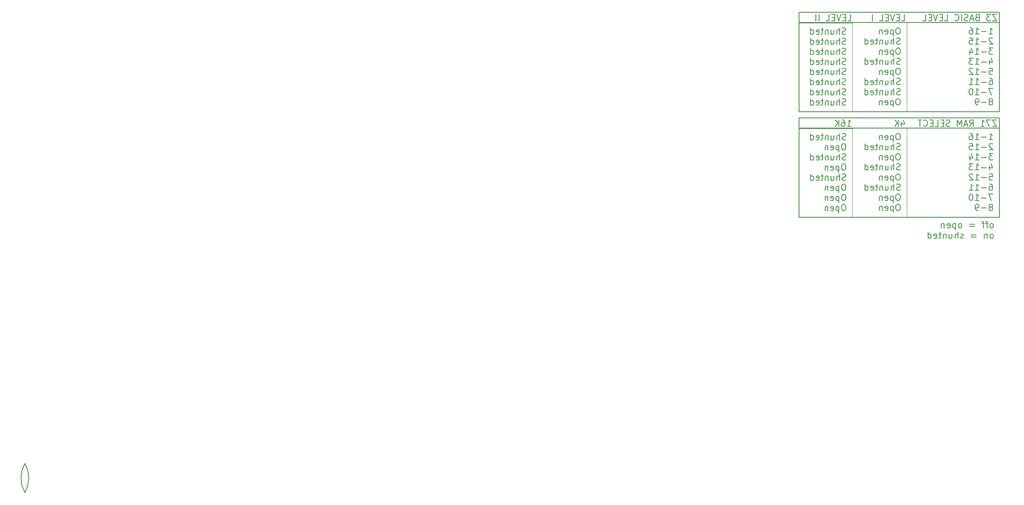
<source format=gbr>
%TF.GenerationSoftware,KiCad,Pcbnew,7.0.7*%
%TF.CreationDate,2023-12-29T15:53:43+00:00*%
%TF.ProjectId,TRS80IUS,54525338-3049-4555-932e-6b696361645f,rev?*%
%TF.SameCoordinates,Original*%
%TF.FileFunction,Legend,Bot*%
%TF.FilePolarity,Positive*%
%FSLAX46Y46*%
G04 Gerber Fmt 4.6, Leading zero omitted, Abs format (unit mm)*
G04 Created by KiCad (PCBNEW 7.0.7) date 2023-12-29 15:53:43*
%MOMM*%
%LPD*%
G01*
G04 APERTURE LIST*
%ADD10C,0.165000*%
%ADD11C,0.162500*%
%ADD12C,0.100000*%
%ADD13C,0.175000*%
%ADD14C,0.200000*%
G04 APERTURE END LIST*
D10*
X478852162Y-141602705D02*
X478980733Y-141538420D01*
X478980733Y-141538420D02*
X479045019Y-141474134D01*
X479045019Y-141474134D02*
X479109305Y-141345562D01*
X479109305Y-141345562D02*
X479109305Y-140959848D01*
X479109305Y-140959848D02*
X479045019Y-140831277D01*
X479045019Y-140831277D02*
X478980733Y-140766991D01*
X478980733Y-140766991D02*
X478852162Y-140702705D01*
X478852162Y-140702705D02*
X478659305Y-140702705D01*
X478659305Y-140702705D02*
X478530733Y-140766991D01*
X478530733Y-140766991D02*
X478466448Y-140831277D01*
X478466448Y-140831277D02*
X478402162Y-140959848D01*
X478402162Y-140959848D02*
X478402162Y-141345562D01*
X478402162Y-141345562D02*
X478466448Y-141474134D01*
X478466448Y-141474134D02*
X478530733Y-141538420D01*
X478530733Y-141538420D02*
X478659305Y-141602705D01*
X478659305Y-141602705D02*
X478852162Y-141602705D01*
X478016447Y-140702705D02*
X477502161Y-140702705D01*
X477823590Y-141602705D02*
X477823590Y-140445562D01*
X477823590Y-140445562D02*
X477759304Y-140316991D01*
X477759304Y-140316991D02*
X477630733Y-140252705D01*
X477630733Y-140252705D02*
X477502161Y-140252705D01*
X477245018Y-140702705D02*
X476730732Y-140702705D01*
X477052161Y-141602705D02*
X477052161Y-140445562D01*
X477052161Y-140445562D02*
X476987875Y-140316991D01*
X476987875Y-140316991D02*
X476859304Y-140252705D01*
X476859304Y-140252705D02*
X476730732Y-140252705D01*
X475252161Y-140895562D02*
X474223590Y-140895562D01*
X474223590Y-141281277D02*
X475252161Y-141281277D01*
X472359304Y-141602705D02*
X472487875Y-141538420D01*
X472487875Y-141538420D02*
X472552161Y-141474134D01*
X472552161Y-141474134D02*
X472616447Y-141345562D01*
X472616447Y-141345562D02*
X472616447Y-140959848D01*
X472616447Y-140959848D02*
X472552161Y-140831277D01*
X472552161Y-140831277D02*
X472487875Y-140766991D01*
X472487875Y-140766991D02*
X472359304Y-140702705D01*
X472359304Y-140702705D02*
X472166447Y-140702705D01*
X472166447Y-140702705D02*
X472037875Y-140766991D01*
X472037875Y-140766991D02*
X471973590Y-140831277D01*
X471973590Y-140831277D02*
X471909304Y-140959848D01*
X471909304Y-140959848D02*
X471909304Y-141345562D01*
X471909304Y-141345562D02*
X471973590Y-141474134D01*
X471973590Y-141474134D02*
X472037875Y-141538420D01*
X472037875Y-141538420D02*
X472166447Y-141602705D01*
X472166447Y-141602705D02*
X472359304Y-141602705D01*
X471330732Y-140702705D02*
X471330732Y-142052705D01*
X471330732Y-140766991D02*
X471202161Y-140702705D01*
X471202161Y-140702705D02*
X470945018Y-140702705D01*
X470945018Y-140702705D02*
X470816446Y-140766991D01*
X470816446Y-140766991D02*
X470752161Y-140831277D01*
X470752161Y-140831277D02*
X470687875Y-140959848D01*
X470687875Y-140959848D02*
X470687875Y-141345562D01*
X470687875Y-141345562D02*
X470752161Y-141474134D01*
X470752161Y-141474134D02*
X470816446Y-141538420D01*
X470816446Y-141538420D02*
X470945018Y-141602705D01*
X470945018Y-141602705D02*
X471202161Y-141602705D01*
X471202161Y-141602705D02*
X471330732Y-141538420D01*
X469595017Y-141538420D02*
X469723589Y-141602705D01*
X469723589Y-141602705D02*
X469980732Y-141602705D01*
X469980732Y-141602705D02*
X470109303Y-141538420D01*
X470109303Y-141538420D02*
X470173589Y-141409848D01*
X470173589Y-141409848D02*
X470173589Y-140895562D01*
X470173589Y-140895562D02*
X470109303Y-140766991D01*
X470109303Y-140766991D02*
X469980732Y-140702705D01*
X469980732Y-140702705D02*
X469723589Y-140702705D01*
X469723589Y-140702705D02*
X469595017Y-140766991D01*
X469595017Y-140766991D02*
X469530732Y-140895562D01*
X469530732Y-140895562D02*
X469530732Y-141024134D01*
X469530732Y-141024134D02*
X470173589Y-141152705D01*
X468952160Y-140702705D02*
X468952160Y-141602705D01*
X468952160Y-140831277D02*
X468887874Y-140766991D01*
X468887874Y-140766991D02*
X468759303Y-140702705D01*
X468759303Y-140702705D02*
X468566446Y-140702705D01*
X468566446Y-140702705D02*
X468437874Y-140766991D01*
X468437874Y-140766991D02*
X468373589Y-140895562D01*
X468373589Y-140895562D02*
X468373589Y-141602705D01*
X478852162Y-143776205D02*
X478980733Y-143711920D01*
X478980733Y-143711920D02*
X479045019Y-143647634D01*
X479045019Y-143647634D02*
X479109305Y-143519062D01*
X479109305Y-143519062D02*
X479109305Y-143133348D01*
X479109305Y-143133348D02*
X479045019Y-143004777D01*
X479045019Y-143004777D02*
X478980733Y-142940491D01*
X478980733Y-142940491D02*
X478852162Y-142876205D01*
X478852162Y-142876205D02*
X478659305Y-142876205D01*
X478659305Y-142876205D02*
X478530733Y-142940491D01*
X478530733Y-142940491D02*
X478466448Y-143004777D01*
X478466448Y-143004777D02*
X478402162Y-143133348D01*
X478402162Y-143133348D02*
X478402162Y-143519062D01*
X478402162Y-143519062D02*
X478466448Y-143647634D01*
X478466448Y-143647634D02*
X478530733Y-143711920D01*
X478530733Y-143711920D02*
X478659305Y-143776205D01*
X478659305Y-143776205D02*
X478852162Y-143776205D01*
X477823590Y-142876205D02*
X477823590Y-143776205D01*
X477823590Y-143004777D02*
X477759304Y-142940491D01*
X477759304Y-142940491D02*
X477630733Y-142876205D01*
X477630733Y-142876205D02*
X477437876Y-142876205D01*
X477437876Y-142876205D02*
X477309304Y-142940491D01*
X477309304Y-142940491D02*
X477245019Y-143069062D01*
X477245019Y-143069062D02*
X477245019Y-143776205D01*
X475573590Y-143069062D02*
X474545019Y-143069062D01*
X474545019Y-143454777D02*
X475573590Y-143454777D01*
X472937876Y-143711920D02*
X472809304Y-143776205D01*
X472809304Y-143776205D02*
X472552161Y-143776205D01*
X472552161Y-143776205D02*
X472423590Y-143711920D01*
X472423590Y-143711920D02*
X472359304Y-143583348D01*
X472359304Y-143583348D02*
X472359304Y-143519062D01*
X472359304Y-143519062D02*
X472423590Y-143390491D01*
X472423590Y-143390491D02*
X472552161Y-143326205D01*
X472552161Y-143326205D02*
X472745019Y-143326205D01*
X472745019Y-143326205D02*
X472873590Y-143261920D01*
X472873590Y-143261920D02*
X472937876Y-143133348D01*
X472937876Y-143133348D02*
X472937876Y-143069062D01*
X472937876Y-143069062D02*
X472873590Y-142940491D01*
X472873590Y-142940491D02*
X472745019Y-142876205D01*
X472745019Y-142876205D02*
X472552161Y-142876205D01*
X472552161Y-142876205D02*
X472423590Y-142940491D01*
X471780733Y-143776205D02*
X471780733Y-142426205D01*
X471202162Y-143776205D02*
X471202162Y-143069062D01*
X471202162Y-143069062D02*
X471266447Y-142940491D01*
X471266447Y-142940491D02*
X471395019Y-142876205D01*
X471395019Y-142876205D02*
X471587876Y-142876205D01*
X471587876Y-142876205D02*
X471716447Y-142940491D01*
X471716447Y-142940491D02*
X471780733Y-143004777D01*
X469980733Y-142876205D02*
X469980733Y-143776205D01*
X470559304Y-142876205D02*
X470559304Y-143583348D01*
X470559304Y-143583348D02*
X470495018Y-143711920D01*
X470495018Y-143711920D02*
X470366447Y-143776205D01*
X470366447Y-143776205D02*
X470173590Y-143776205D01*
X470173590Y-143776205D02*
X470045018Y-143711920D01*
X470045018Y-143711920D02*
X469980733Y-143647634D01*
X469337875Y-142876205D02*
X469337875Y-143776205D01*
X469337875Y-143004777D02*
X469273589Y-142940491D01*
X469273589Y-142940491D02*
X469145018Y-142876205D01*
X469145018Y-142876205D02*
X468952161Y-142876205D01*
X468952161Y-142876205D02*
X468823589Y-142940491D01*
X468823589Y-142940491D02*
X468759304Y-143069062D01*
X468759304Y-143069062D02*
X468759304Y-143776205D01*
X468309303Y-142876205D02*
X467795017Y-142876205D01*
X468116446Y-142426205D02*
X468116446Y-143583348D01*
X468116446Y-143583348D02*
X468052160Y-143711920D01*
X468052160Y-143711920D02*
X467923589Y-143776205D01*
X467923589Y-143776205D02*
X467795017Y-143776205D01*
X466830731Y-143711920D02*
X466959303Y-143776205D01*
X466959303Y-143776205D02*
X467216446Y-143776205D01*
X467216446Y-143776205D02*
X467345017Y-143711920D01*
X467345017Y-143711920D02*
X467409303Y-143583348D01*
X467409303Y-143583348D02*
X467409303Y-143069062D01*
X467409303Y-143069062D02*
X467345017Y-142940491D01*
X467345017Y-142940491D02*
X467216446Y-142876205D01*
X467216446Y-142876205D02*
X466959303Y-142876205D01*
X466959303Y-142876205D02*
X466830731Y-142940491D01*
X466830731Y-142940491D02*
X466766446Y-143069062D01*
X466766446Y-143069062D02*
X466766446Y-143197634D01*
X466766446Y-143197634D02*
X467409303Y-143326205D01*
X465609303Y-143776205D02*
X465609303Y-142426205D01*
X465609303Y-143711920D02*
X465737874Y-143776205D01*
X465737874Y-143776205D02*
X465995017Y-143776205D01*
X465995017Y-143776205D02*
X466123588Y-143711920D01*
X466123588Y-143711920D02*
X466187874Y-143647634D01*
X466187874Y-143647634D02*
X466252160Y-143519062D01*
X466252160Y-143519062D02*
X466252160Y-143133348D01*
X466252160Y-143133348D02*
X466187874Y-143004777D01*
X466187874Y-143004777D02*
X466123588Y-142940491D01*
X466123588Y-142940491D02*
X465995017Y-142876205D01*
X465995017Y-142876205D02*
X465737874Y-142876205D01*
X465737874Y-142876205D02*
X465609303Y-142940491D01*
D11*
X448948866Y-120588704D02*
X449691723Y-120588704D01*
X449320295Y-120588704D02*
X449320295Y-119288704D01*
X449320295Y-119288704D02*
X449444104Y-119474419D01*
X449444104Y-119474419D02*
X449567914Y-119598228D01*
X449567914Y-119598228D02*
X449691723Y-119660133D01*
X447834581Y-119288704D02*
X448082200Y-119288704D01*
X448082200Y-119288704D02*
X448206009Y-119350609D01*
X448206009Y-119350609D02*
X448267914Y-119412514D01*
X448267914Y-119412514D02*
X448391724Y-119598228D01*
X448391724Y-119598228D02*
X448453628Y-119845847D01*
X448453628Y-119845847D02*
X448453628Y-120341085D01*
X448453628Y-120341085D02*
X448391724Y-120464895D01*
X448391724Y-120464895D02*
X448329819Y-120526800D01*
X448329819Y-120526800D02*
X448206009Y-120588704D01*
X448206009Y-120588704D02*
X447958390Y-120588704D01*
X447958390Y-120588704D02*
X447834581Y-120526800D01*
X447834581Y-120526800D02*
X447772676Y-120464895D01*
X447772676Y-120464895D02*
X447710771Y-120341085D01*
X447710771Y-120341085D02*
X447710771Y-120031561D01*
X447710771Y-120031561D02*
X447772676Y-119907752D01*
X447772676Y-119907752D02*
X447834581Y-119845847D01*
X447834581Y-119845847D02*
X447958390Y-119783942D01*
X447958390Y-119783942D02*
X448206009Y-119783942D01*
X448206009Y-119783942D02*
X448329819Y-119845847D01*
X448329819Y-119845847D02*
X448391724Y-119907752D01*
X448391724Y-119907752D02*
X448453628Y-120031561D01*
X447153629Y-120588704D02*
X447153629Y-119288704D01*
X446410772Y-120588704D02*
X446967914Y-119845847D01*
X446410772Y-119288704D02*
X447153629Y-120031561D01*
X479793628Y-119288704D02*
X478926962Y-119288704D01*
X478926962Y-119288704D02*
X479793628Y-120588704D01*
X479793628Y-120588704D02*
X478926962Y-120588704D01*
X478555533Y-119288704D02*
X477688867Y-119288704D01*
X477688867Y-119288704D02*
X478246009Y-120588704D01*
X476512676Y-120588704D02*
X477255533Y-120588704D01*
X476884105Y-120588704D02*
X476884105Y-119288704D01*
X476884105Y-119288704D02*
X477007914Y-119474419D01*
X477007914Y-119474419D02*
X477131724Y-119598228D01*
X477131724Y-119598228D02*
X477255533Y-119660133D01*
X474222201Y-120588704D02*
X474655534Y-119969657D01*
X474965058Y-120588704D02*
X474965058Y-119288704D01*
X474965058Y-119288704D02*
X474469820Y-119288704D01*
X474469820Y-119288704D02*
X474346010Y-119350609D01*
X474346010Y-119350609D02*
X474284105Y-119412514D01*
X474284105Y-119412514D02*
X474222201Y-119536323D01*
X474222201Y-119536323D02*
X474222201Y-119722038D01*
X474222201Y-119722038D02*
X474284105Y-119845847D01*
X474284105Y-119845847D02*
X474346010Y-119907752D01*
X474346010Y-119907752D02*
X474469820Y-119969657D01*
X474469820Y-119969657D02*
X474965058Y-119969657D01*
X473726962Y-120217276D02*
X473107915Y-120217276D01*
X473850772Y-120588704D02*
X473417439Y-119288704D01*
X473417439Y-119288704D02*
X472984105Y-120588704D01*
X472550772Y-120588704D02*
X472550772Y-119288704D01*
X472550772Y-119288704D02*
X472117438Y-120217276D01*
X472117438Y-120217276D02*
X471684105Y-119288704D01*
X471684105Y-119288704D02*
X471684105Y-120588704D01*
X470136486Y-120526800D02*
X469950772Y-120588704D01*
X469950772Y-120588704D02*
X469641248Y-120588704D01*
X469641248Y-120588704D02*
X469517439Y-120526800D01*
X469517439Y-120526800D02*
X469455534Y-120464895D01*
X469455534Y-120464895D02*
X469393629Y-120341085D01*
X469393629Y-120341085D02*
X469393629Y-120217276D01*
X469393629Y-120217276D02*
X469455534Y-120093466D01*
X469455534Y-120093466D02*
X469517439Y-120031561D01*
X469517439Y-120031561D02*
X469641248Y-119969657D01*
X469641248Y-119969657D02*
X469888867Y-119907752D01*
X469888867Y-119907752D02*
X470012677Y-119845847D01*
X470012677Y-119845847D02*
X470074582Y-119783942D01*
X470074582Y-119783942D02*
X470136486Y-119660133D01*
X470136486Y-119660133D02*
X470136486Y-119536323D01*
X470136486Y-119536323D02*
X470074582Y-119412514D01*
X470074582Y-119412514D02*
X470012677Y-119350609D01*
X470012677Y-119350609D02*
X469888867Y-119288704D01*
X469888867Y-119288704D02*
X469579344Y-119288704D01*
X469579344Y-119288704D02*
X469393629Y-119350609D01*
X468836487Y-119907752D02*
X468403153Y-119907752D01*
X468217439Y-120588704D02*
X468836487Y-120588704D01*
X468836487Y-120588704D02*
X468836487Y-119288704D01*
X468836487Y-119288704D02*
X468217439Y-119288704D01*
X467041249Y-120588704D02*
X467660297Y-120588704D01*
X467660297Y-120588704D02*
X467660297Y-119288704D01*
X466607916Y-119907752D02*
X466174582Y-119907752D01*
X465988868Y-120588704D02*
X466607916Y-120588704D01*
X466607916Y-120588704D02*
X466607916Y-119288704D01*
X466607916Y-119288704D02*
X465988868Y-119288704D01*
X464688869Y-120464895D02*
X464750773Y-120526800D01*
X464750773Y-120526800D02*
X464936488Y-120588704D01*
X464936488Y-120588704D02*
X465060297Y-120588704D01*
X465060297Y-120588704D02*
X465246011Y-120526800D01*
X465246011Y-120526800D02*
X465369821Y-120402990D01*
X465369821Y-120402990D02*
X465431726Y-120279180D01*
X465431726Y-120279180D02*
X465493630Y-120031561D01*
X465493630Y-120031561D02*
X465493630Y-119845847D01*
X465493630Y-119845847D02*
X465431726Y-119598228D01*
X465431726Y-119598228D02*
X465369821Y-119474419D01*
X465369821Y-119474419D02*
X465246011Y-119350609D01*
X465246011Y-119350609D02*
X465060297Y-119288704D01*
X465060297Y-119288704D02*
X464936488Y-119288704D01*
X464936488Y-119288704D02*
X464750773Y-119350609D01*
X464750773Y-119350609D02*
X464688869Y-119412514D01*
X464317440Y-119288704D02*
X463574583Y-119288704D01*
X463946011Y-120588704D02*
X463946011Y-119288704D01*
X460162676Y-119722038D02*
X460162676Y-120588704D01*
X460472200Y-119226800D02*
X460781723Y-120155371D01*
X460781723Y-120155371D02*
X459976962Y-120155371D01*
X459481724Y-120588704D02*
X459481724Y-119288704D01*
X458738867Y-120588704D02*
X459296009Y-119845847D01*
X458738867Y-119288704D02*
X459481724Y-120031561D01*
X479793628Y-97441204D02*
X478926962Y-97441204D01*
X478926962Y-97441204D02*
X479793628Y-98741204D01*
X479793628Y-98741204D02*
X478926962Y-98741204D01*
X478555533Y-97441204D02*
X477750771Y-97441204D01*
X477750771Y-97441204D02*
X478184105Y-97936442D01*
X478184105Y-97936442D02*
X477998390Y-97936442D01*
X477998390Y-97936442D02*
X477874581Y-97998347D01*
X477874581Y-97998347D02*
X477812676Y-98060252D01*
X477812676Y-98060252D02*
X477750771Y-98184061D01*
X477750771Y-98184061D02*
X477750771Y-98493585D01*
X477750771Y-98493585D02*
X477812676Y-98617395D01*
X477812676Y-98617395D02*
X477874581Y-98679300D01*
X477874581Y-98679300D02*
X477998390Y-98741204D01*
X477998390Y-98741204D02*
X478369819Y-98741204D01*
X478369819Y-98741204D02*
X478493628Y-98679300D01*
X478493628Y-98679300D02*
X478555533Y-98617395D01*
X475769819Y-98060252D02*
X475584105Y-98122157D01*
X475584105Y-98122157D02*
X475522200Y-98184061D01*
X475522200Y-98184061D02*
X475460296Y-98307871D01*
X475460296Y-98307871D02*
X475460296Y-98493585D01*
X475460296Y-98493585D02*
X475522200Y-98617395D01*
X475522200Y-98617395D02*
X475584105Y-98679300D01*
X475584105Y-98679300D02*
X475707915Y-98741204D01*
X475707915Y-98741204D02*
X476203153Y-98741204D01*
X476203153Y-98741204D02*
X476203153Y-97441204D01*
X476203153Y-97441204D02*
X475769819Y-97441204D01*
X475769819Y-97441204D02*
X475646010Y-97503109D01*
X475646010Y-97503109D02*
X475584105Y-97565014D01*
X475584105Y-97565014D02*
X475522200Y-97688823D01*
X475522200Y-97688823D02*
X475522200Y-97812633D01*
X475522200Y-97812633D02*
X475584105Y-97936442D01*
X475584105Y-97936442D02*
X475646010Y-97998347D01*
X475646010Y-97998347D02*
X475769819Y-98060252D01*
X475769819Y-98060252D02*
X476203153Y-98060252D01*
X474965057Y-98369776D02*
X474346010Y-98369776D01*
X475088867Y-98741204D02*
X474655534Y-97441204D01*
X474655534Y-97441204D02*
X474222200Y-98741204D01*
X473850771Y-98679300D02*
X473665057Y-98741204D01*
X473665057Y-98741204D02*
X473355533Y-98741204D01*
X473355533Y-98741204D02*
X473231724Y-98679300D01*
X473231724Y-98679300D02*
X473169819Y-98617395D01*
X473169819Y-98617395D02*
X473107914Y-98493585D01*
X473107914Y-98493585D02*
X473107914Y-98369776D01*
X473107914Y-98369776D02*
X473169819Y-98245966D01*
X473169819Y-98245966D02*
X473231724Y-98184061D01*
X473231724Y-98184061D02*
X473355533Y-98122157D01*
X473355533Y-98122157D02*
X473603152Y-98060252D01*
X473603152Y-98060252D02*
X473726962Y-97998347D01*
X473726962Y-97998347D02*
X473788867Y-97936442D01*
X473788867Y-97936442D02*
X473850771Y-97812633D01*
X473850771Y-97812633D02*
X473850771Y-97688823D01*
X473850771Y-97688823D02*
X473788867Y-97565014D01*
X473788867Y-97565014D02*
X473726962Y-97503109D01*
X473726962Y-97503109D02*
X473603152Y-97441204D01*
X473603152Y-97441204D02*
X473293629Y-97441204D01*
X473293629Y-97441204D02*
X473107914Y-97503109D01*
X472550772Y-98741204D02*
X472550772Y-97441204D01*
X471188867Y-98617395D02*
X471250771Y-98679300D01*
X471250771Y-98679300D02*
X471436486Y-98741204D01*
X471436486Y-98741204D02*
X471560295Y-98741204D01*
X471560295Y-98741204D02*
X471746009Y-98679300D01*
X471746009Y-98679300D02*
X471869819Y-98555490D01*
X471869819Y-98555490D02*
X471931724Y-98431680D01*
X471931724Y-98431680D02*
X471993628Y-98184061D01*
X471993628Y-98184061D02*
X471993628Y-97998347D01*
X471993628Y-97998347D02*
X471931724Y-97750728D01*
X471931724Y-97750728D02*
X471869819Y-97626919D01*
X471869819Y-97626919D02*
X471746009Y-97503109D01*
X471746009Y-97503109D02*
X471560295Y-97441204D01*
X471560295Y-97441204D02*
X471436486Y-97441204D01*
X471436486Y-97441204D02*
X471250771Y-97503109D01*
X471250771Y-97503109D02*
X471188867Y-97565014D01*
X469022200Y-98741204D02*
X469641248Y-98741204D01*
X469641248Y-98741204D02*
X469641248Y-97441204D01*
X468588867Y-98060252D02*
X468155533Y-98060252D01*
X467969819Y-98741204D02*
X468588867Y-98741204D01*
X468588867Y-98741204D02*
X468588867Y-97441204D01*
X468588867Y-97441204D02*
X467969819Y-97441204D01*
X467598391Y-97441204D02*
X467165058Y-98741204D01*
X467165058Y-98741204D02*
X466731724Y-97441204D01*
X466298391Y-98060252D02*
X465865057Y-98060252D01*
X465679343Y-98741204D02*
X466298391Y-98741204D01*
X466298391Y-98741204D02*
X466298391Y-97441204D01*
X466298391Y-97441204D02*
X465679343Y-97441204D01*
X464503153Y-98741204D02*
X465122201Y-98741204D01*
X465122201Y-98741204D02*
X465122201Y-97441204D01*
X460100771Y-98741204D02*
X460719819Y-98741204D01*
X460719819Y-98741204D02*
X460719819Y-97441204D01*
X459667438Y-98060252D02*
X459234104Y-98060252D01*
X459048390Y-98741204D02*
X459667438Y-98741204D01*
X459667438Y-98741204D02*
X459667438Y-97441204D01*
X459667438Y-97441204D02*
X459048390Y-97441204D01*
X458676962Y-97441204D02*
X458243629Y-98741204D01*
X458243629Y-98741204D02*
X457810295Y-97441204D01*
X457376962Y-98060252D02*
X456943628Y-98060252D01*
X456757914Y-98741204D02*
X457376962Y-98741204D01*
X457376962Y-98741204D02*
X457376962Y-97441204D01*
X457376962Y-97441204D02*
X456757914Y-97441204D01*
X455581724Y-98741204D02*
X456200772Y-98741204D01*
X456200772Y-98741204D02*
X456200772Y-97441204D01*
X454157915Y-98741204D02*
X454157915Y-97441204D01*
X449010771Y-98741204D02*
X449629819Y-98741204D01*
X449629819Y-98741204D02*
X449629819Y-97441204D01*
X448577438Y-98060252D02*
X448144104Y-98060252D01*
X447958390Y-98741204D02*
X448577438Y-98741204D01*
X448577438Y-98741204D02*
X448577438Y-97441204D01*
X448577438Y-97441204D02*
X447958390Y-97441204D01*
X447586962Y-97441204D02*
X447153629Y-98741204D01*
X447153629Y-98741204D02*
X446720295Y-97441204D01*
X446286962Y-98060252D02*
X445853628Y-98060252D01*
X445667914Y-98741204D02*
X446286962Y-98741204D01*
X446286962Y-98741204D02*
X446286962Y-97441204D01*
X446286962Y-97441204D02*
X445667914Y-97441204D01*
X444491724Y-98741204D02*
X445110772Y-98741204D01*
X445110772Y-98741204D02*
X445110772Y-97441204D01*
X443067915Y-98741204D02*
X443067915Y-97441204D01*
X442448867Y-98741204D02*
X442448867Y-97441204D01*
X459537200Y-122054704D02*
X459289581Y-122054704D01*
X459289581Y-122054704D02*
X459165771Y-122116609D01*
X459165771Y-122116609D02*
X459041962Y-122240419D01*
X459041962Y-122240419D02*
X458980057Y-122488038D01*
X458980057Y-122488038D02*
X458980057Y-122921371D01*
X458980057Y-122921371D02*
X459041962Y-123168990D01*
X459041962Y-123168990D02*
X459165771Y-123292800D01*
X459165771Y-123292800D02*
X459289581Y-123354704D01*
X459289581Y-123354704D02*
X459537200Y-123354704D01*
X459537200Y-123354704D02*
X459661009Y-123292800D01*
X459661009Y-123292800D02*
X459784819Y-123168990D01*
X459784819Y-123168990D02*
X459846723Y-122921371D01*
X459846723Y-122921371D02*
X459846723Y-122488038D01*
X459846723Y-122488038D02*
X459784819Y-122240419D01*
X459784819Y-122240419D02*
X459661009Y-122116609D01*
X459661009Y-122116609D02*
X459537200Y-122054704D01*
X458422914Y-122488038D02*
X458422914Y-123788038D01*
X458422914Y-122549942D02*
X458299104Y-122488038D01*
X458299104Y-122488038D02*
X458051485Y-122488038D01*
X458051485Y-122488038D02*
X457927676Y-122549942D01*
X457927676Y-122549942D02*
X457865771Y-122611847D01*
X457865771Y-122611847D02*
X457803866Y-122735657D01*
X457803866Y-122735657D02*
X457803866Y-123107085D01*
X457803866Y-123107085D02*
X457865771Y-123230895D01*
X457865771Y-123230895D02*
X457927676Y-123292800D01*
X457927676Y-123292800D02*
X458051485Y-123354704D01*
X458051485Y-123354704D02*
X458299104Y-123354704D01*
X458299104Y-123354704D02*
X458422914Y-123292800D01*
X456751486Y-123292800D02*
X456875295Y-123354704D01*
X456875295Y-123354704D02*
X457122914Y-123354704D01*
X457122914Y-123354704D02*
X457246724Y-123292800D01*
X457246724Y-123292800D02*
X457308628Y-123168990D01*
X457308628Y-123168990D02*
X457308628Y-122673752D01*
X457308628Y-122673752D02*
X457246724Y-122549942D01*
X457246724Y-122549942D02*
X457122914Y-122488038D01*
X457122914Y-122488038D02*
X456875295Y-122488038D01*
X456875295Y-122488038D02*
X456751486Y-122549942D01*
X456751486Y-122549942D02*
X456689581Y-122673752D01*
X456689581Y-122673752D02*
X456689581Y-122797561D01*
X456689581Y-122797561D02*
X457308628Y-122921371D01*
X456132438Y-122488038D02*
X456132438Y-123354704D01*
X456132438Y-122611847D02*
X456070533Y-122549942D01*
X456070533Y-122549942D02*
X455946723Y-122488038D01*
X455946723Y-122488038D02*
X455761009Y-122488038D01*
X455761009Y-122488038D02*
X455637200Y-122549942D01*
X455637200Y-122549942D02*
X455575295Y-122673752D01*
X455575295Y-122673752D02*
X455575295Y-123354704D01*
X459846723Y-125385800D02*
X459661009Y-125447704D01*
X459661009Y-125447704D02*
X459351485Y-125447704D01*
X459351485Y-125447704D02*
X459227676Y-125385800D01*
X459227676Y-125385800D02*
X459165771Y-125323895D01*
X459165771Y-125323895D02*
X459103866Y-125200085D01*
X459103866Y-125200085D02*
X459103866Y-125076276D01*
X459103866Y-125076276D02*
X459165771Y-124952466D01*
X459165771Y-124952466D02*
X459227676Y-124890561D01*
X459227676Y-124890561D02*
X459351485Y-124828657D01*
X459351485Y-124828657D02*
X459599104Y-124766752D01*
X459599104Y-124766752D02*
X459722914Y-124704847D01*
X459722914Y-124704847D02*
X459784819Y-124642942D01*
X459784819Y-124642942D02*
X459846723Y-124519133D01*
X459846723Y-124519133D02*
X459846723Y-124395323D01*
X459846723Y-124395323D02*
X459784819Y-124271514D01*
X459784819Y-124271514D02*
X459722914Y-124209609D01*
X459722914Y-124209609D02*
X459599104Y-124147704D01*
X459599104Y-124147704D02*
X459289581Y-124147704D01*
X459289581Y-124147704D02*
X459103866Y-124209609D01*
X458546724Y-125447704D02*
X458546724Y-124147704D01*
X457989581Y-125447704D02*
X457989581Y-124766752D01*
X457989581Y-124766752D02*
X458051486Y-124642942D01*
X458051486Y-124642942D02*
X458175295Y-124581038D01*
X458175295Y-124581038D02*
X458361009Y-124581038D01*
X458361009Y-124581038D02*
X458484819Y-124642942D01*
X458484819Y-124642942D02*
X458546724Y-124704847D01*
X456813391Y-124581038D02*
X456813391Y-125447704D01*
X457370534Y-124581038D02*
X457370534Y-125261990D01*
X457370534Y-125261990D02*
X457308629Y-125385800D01*
X457308629Y-125385800D02*
X457184819Y-125447704D01*
X457184819Y-125447704D02*
X456999105Y-125447704D01*
X456999105Y-125447704D02*
X456875296Y-125385800D01*
X456875296Y-125385800D02*
X456813391Y-125323895D01*
X456194344Y-124581038D02*
X456194344Y-125447704D01*
X456194344Y-124704847D02*
X456132439Y-124642942D01*
X456132439Y-124642942D02*
X456008629Y-124581038D01*
X456008629Y-124581038D02*
X455822915Y-124581038D01*
X455822915Y-124581038D02*
X455699106Y-124642942D01*
X455699106Y-124642942D02*
X455637201Y-124766752D01*
X455637201Y-124766752D02*
X455637201Y-125447704D01*
X455203868Y-124581038D02*
X454708630Y-124581038D01*
X455018154Y-124147704D02*
X455018154Y-125261990D01*
X455018154Y-125261990D02*
X454956249Y-125385800D01*
X454956249Y-125385800D02*
X454832439Y-125447704D01*
X454832439Y-125447704D02*
X454708630Y-125447704D01*
X453780059Y-125385800D02*
X453903868Y-125447704D01*
X453903868Y-125447704D02*
X454151487Y-125447704D01*
X454151487Y-125447704D02*
X454275297Y-125385800D01*
X454275297Y-125385800D02*
X454337201Y-125261990D01*
X454337201Y-125261990D02*
X454337201Y-124766752D01*
X454337201Y-124766752D02*
X454275297Y-124642942D01*
X454275297Y-124642942D02*
X454151487Y-124581038D01*
X454151487Y-124581038D02*
X453903868Y-124581038D01*
X453903868Y-124581038D02*
X453780059Y-124642942D01*
X453780059Y-124642942D02*
X453718154Y-124766752D01*
X453718154Y-124766752D02*
X453718154Y-124890561D01*
X453718154Y-124890561D02*
X454337201Y-125014371D01*
X452603868Y-125447704D02*
X452603868Y-124147704D01*
X452603868Y-125385800D02*
X452727677Y-125447704D01*
X452727677Y-125447704D02*
X452975296Y-125447704D01*
X452975296Y-125447704D02*
X453099106Y-125385800D01*
X453099106Y-125385800D02*
X453161011Y-125323895D01*
X453161011Y-125323895D02*
X453222915Y-125200085D01*
X453222915Y-125200085D02*
X453222915Y-124828657D01*
X453222915Y-124828657D02*
X453161011Y-124704847D01*
X453161011Y-124704847D02*
X453099106Y-124642942D01*
X453099106Y-124642942D02*
X452975296Y-124581038D01*
X452975296Y-124581038D02*
X452727677Y-124581038D01*
X452727677Y-124581038D02*
X452603868Y-124642942D01*
X459537200Y-126240704D02*
X459289581Y-126240704D01*
X459289581Y-126240704D02*
X459165771Y-126302609D01*
X459165771Y-126302609D02*
X459041962Y-126426419D01*
X459041962Y-126426419D02*
X458980057Y-126674038D01*
X458980057Y-126674038D02*
X458980057Y-127107371D01*
X458980057Y-127107371D02*
X459041962Y-127354990D01*
X459041962Y-127354990D02*
X459165771Y-127478800D01*
X459165771Y-127478800D02*
X459289581Y-127540704D01*
X459289581Y-127540704D02*
X459537200Y-127540704D01*
X459537200Y-127540704D02*
X459661009Y-127478800D01*
X459661009Y-127478800D02*
X459784819Y-127354990D01*
X459784819Y-127354990D02*
X459846723Y-127107371D01*
X459846723Y-127107371D02*
X459846723Y-126674038D01*
X459846723Y-126674038D02*
X459784819Y-126426419D01*
X459784819Y-126426419D02*
X459661009Y-126302609D01*
X459661009Y-126302609D02*
X459537200Y-126240704D01*
X458422914Y-126674038D02*
X458422914Y-127974038D01*
X458422914Y-126735942D02*
X458299104Y-126674038D01*
X458299104Y-126674038D02*
X458051485Y-126674038D01*
X458051485Y-126674038D02*
X457927676Y-126735942D01*
X457927676Y-126735942D02*
X457865771Y-126797847D01*
X457865771Y-126797847D02*
X457803866Y-126921657D01*
X457803866Y-126921657D02*
X457803866Y-127293085D01*
X457803866Y-127293085D02*
X457865771Y-127416895D01*
X457865771Y-127416895D02*
X457927676Y-127478800D01*
X457927676Y-127478800D02*
X458051485Y-127540704D01*
X458051485Y-127540704D02*
X458299104Y-127540704D01*
X458299104Y-127540704D02*
X458422914Y-127478800D01*
X456751486Y-127478800D02*
X456875295Y-127540704D01*
X456875295Y-127540704D02*
X457122914Y-127540704D01*
X457122914Y-127540704D02*
X457246724Y-127478800D01*
X457246724Y-127478800D02*
X457308628Y-127354990D01*
X457308628Y-127354990D02*
X457308628Y-126859752D01*
X457308628Y-126859752D02*
X457246724Y-126735942D01*
X457246724Y-126735942D02*
X457122914Y-126674038D01*
X457122914Y-126674038D02*
X456875295Y-126674038D01*
X456875295Y-126674038D02*
X456751486Y-126735942D01*
X456751486Y-126735942D02*
X456689581Y-126859752D01*
X456689581Y-126859752D02*
X456689581Y-126983561D01*
X456689581Y-126983561D02*
X457308628Y-127107371D01*
X456132438Y-126674038D02*
X456132438Y-127540704D01*
X456132438Y-126797847D02*
X456070533Y-126735942D01*
X456070533Y-126735942D02*
X455946723Y-126674038D01*
X455946723Y-126674038D02*
X455761009Y-126674038D01*
X455761009Y-126674038D02*
X455637200Y-126735942D01*
X455637200Y-126735942D02*
X455575295Y-126859752D01*
X455575295Y-126859752D02*
X455575295Y-127540704D01*
X459846723Y-129571800D02*
X459661009Y-129633704D01*
X459661009Y-129633704D02*
X459351485Y-129633704D01*
X459351485Y-129633704D02*
X459227676Y-129571800D01*
X459227676Y-129571800D02*
X459165771Y-129509895D01*
X459165771Y-129509895D02*
X459103866Y-129386085D01*
X459103866Y-129386085D02*
X459103866Y-129262276D01*
X459103866Y-129262276D02*
X459165771Y-129138466D01*
X459165771Y-129138466D02*
X459227676Y-129076561D01*
X459227676Y-129076561D02*
X459351485Y-129014657D01*
X459351485Y-129014657D02*
X459599104Y-128952752D01*
X459599104Y-128952752D02*
X459722914Y-128890847D01*
X459722914Y-128890847D02*
X459784819Y-128828942D01*
X459784819Y-128828942D02*
X459846723Y-128705133D01*
X459846723Y-128705133D02*
X459846723Y-128581323D01*
X459846723Y-128581323D02*
X459784819Y-128457514D01*
X459784819Y-128457514D02*
X459722914Y-128395609D01*
X459722914Y-128395609D02*
X459599104Y-128333704D01*
X459599104Y-128333704D02*
X459289581Y-128333704D01*
X459289581Y-128333704D02*
X459103866Y-128395609D01*
X458546724Y-129633704D02*
X458546724Y-128333704D01*
X457989581Y-129633704D02*
X457989581Y-128952752D01*
X457989581Y-128952752D02*
X458051486Y-128828942D01*
X458051486Y-128828942D02*
X458175295Y-128767038D01*
X458175295Y-128767038D02*
X458361009Y-128767038D01*
X458361009Y-128767038D02*
X458484819Y-128828942D01*
X458484819Y-128828942D02*
X458546724Y-128890847D01*
X456813391Y-128767038D02*
X456813391Y-129633704D01*
X457370534Y-128767038D02*
X457370534Y-129447990D01*
X457370534Y-129447990D02*
X457308629Y-129571800D01*
X457308629Y-129571800D02*
X457184819Y-129633704D01*
X457184819Y-129633704D02*
X456999105Y-129633704D01*
X456999105Y-129633704D02*
X456875296Y-129571800D01*
X456875296Y-129571800D02*
X456813391Y-129509895D01*
X456194344Y-128767038D02*
X456194344Y-129633704D01*
X456194344Y-128890847D02*
X456132439Y-128828942D01*
X456132439Y-128828942D02*
X456008629Y-128767038D01*
X456008629Y-128767038D02*
X455822915Y-128767038D01*
X455822915Y-128767038D02*
X455699106Y-128828942D01*
X455699106Y-128828942D02*
X455637201Y-128952752D01*
X455637201Y-128952752D02*
X455637201Y-129633704D01*
X455203868Y-128767038D02*
X454708630Y-128767038D01*
X455018154Y-128333704D02*
X455018154Y-129447990D01*
X455018154Y-129447990D02*
X454956249Y-129571800D01*
X454956249Y-129571800D02*
X454832439Y-129633704D01*
X454832439Y-129633704D02*
X454708630Y-129633704D01*
X453780059Y-129571800D02*
X453903868Y-129633704D01*
X453903868Y-129633704D02*
X454151487Y-129633704D01*
X454151487Y-129633704D02*
X454275297Y-129571800D01*
X454275297Y-129571800D02*
X454337201Y-129447990D01*
X454337201Y-129447990D02*
X454337201Y-128952752D01*
X454337201Y-128952752D02*
X454275297Y-128828942D01*
X454275297Y-128828942D02*
X454151487Y-128767038D01*
X454151487Y-128767038D02*
X453903868Y-128767038D01*
X453903868Y-128767038D02*
X453780059Y-128828942D01*
X453780059Y-128828942D02*
X453718154Y-128952752D01*
X453718154Y-128952752D02*
X453718154Y-129076561D01*
X453718154Y-129076561D02*
X454337201Y-129200371D01*
X452603868Y-129633704D02*
X452603868Y-128333704D01*
X452603868Y-129571800D02*
X452727677Y-129633704D01*
X452727677Y-129633704D02*
X452975296Y-129633704D01*
X452975296Y-129633704D02*
X453099106Y-129571800D01*
X453099106Y-129571800D02*
X453161011Y-129509895D01*
X453161011Y-129509895D02*
X453222915Y-129386085D01*
X453222915Y-129386085D02*
X453222915Y-129014657D01*
X453222915Y-129014657D02*
X453161011Y-128890847D01*
X453161011Y-128890847D02*
X453099106Y-128828942D01*
X453099106Y-128828942D02*
X452975296Y-128767038D01*
X452975296Y-128767038D02*
X452727677Y-128767038D01*
X452727677Y-128767038D02*
X452603868Y-128828942D01*
X459537200Y-130426704D02*
X459289581Y-130426704D01*
X459289581Y-130426704D02*
X459165771Y-130488609D01*
X459165771Y-130488609D02*
X459041962Y-130612419D01*
X459041962Y-130612419D02*
X458980057Y-130860038D01*
X458980057Y-130860038D02*
X458980057Y-131293371D01*
X458980057Y-131293371D02*
X459041962Y-131540990D01*
X459041962Y-131540990D02*
X459165771Y-131664800D01*
X459165771Y-131664800D02*
X459289581Y-131726704D01*
X459289581Y-131726704D02*
X459537200Y-131726704D01*
X459537200Y-131726704D02*
X459661009Y-131664800D01*
X459661009Y-131664800D02*
X459784819Y-131540990D01*
X459784819Y-131540990D02*
X459846723Y-131293371D01*
X459846723Y-131293371D02*
X459846723Y-130860038D01*
X459846723Y-130860038D02*
X459784819Y-130612419D01*
X459784819Y-130612419D02*
X459661009Y-130488609D01*
X459661009Y-130488609D02*
X459537200Y-130426704D01*
X458422914Y-130860038D02*
X458422914Y-132160038D01*
X458422914Y-130921942D02*
X458299104Y-130860038D01*
X458299104Y-130860038D02*
X458051485Y-130860038D01*
X458051485Y-130860038D02*
X457927676Y-130921942D01*
X457927676Y-130921942D02*
X457865771Y-130983847D01*
X457865771Y-130983847D02*
X457803866Y-131107657D01*
X457803866Y-131107657D02*
X457803866Y-131479085D01*
X457803866Y-131479085D02*
X457865771Y-131602895D01*
X457865771Y-131602895D02*
X457927676Y-131664800D01*
X457927676Y-131664800D02*
X458051485Y-131726704D01*
X458051485Y-131726704D02*
X458299104Y-131726704D01*
X458299104Y-131726704D02*
X458422914Y-131664800D01*
X456751486Y-131664800D02*
X456875295Y-131726704D01*
X456875295Y-131726704D02*
X457122914Y-131726704D01*
X457122914Y-131726704D02*
X457246724Y-131664800D01*
X457246724Y-131664800D02*
X457308628Y-131540990D01*
X457308628Y-131540990D02*
X457308628Y-131045752D01*
X457308628Y-131045752D02*
X457246724Y-130921942D01*
X457246724Y-130921942D02*
X457122914Y-130860038D01*
X457122914Y-130860038D02*
X456875295Y-130860038D01*
X456875295Y-130860038D02*
X456751486Y-130921942D01*
X456751486Y-130921942D02*
X456689581Y-131045752D01*
X456689581Y-131045752D02*
X456689581Y-131169561D01*
X456689581Y-131169561D02*
X457308628Y-131293371D01*
X456132438Y-130860038D02*
X456132438Y-131726704D01*
X456132438Y-130983847D02*
X456070533Y-130921942D01*
X456070533Y-130921942D02*
X455946723Y-130860038D01*
X455946723Y-130860038D02*
X455761009Y-130860038D01*
X455761009Y-130860038D02*
X455637200Y-130921942D01*
X455637200Y-130921942D02*
X455575295Y-131045752D01*
X455575295Y-131045752D02*
X455575295Y-131726704D01*
X459846723Y-133757800D02*
X459661009Y-133819704D01*
X459661009Y-133819704D02*
X459351485Y-133819704D01*
X459351485Y-133819704D02*
X459227676Y-133757800D01*
X459227676Y-133757800D02*
X459165771Y-133695895D01*
X459165771Y-133695895D02*
X459103866Y-133572085D01*
X459103866Y-133572085D02*
X459103866Y-133448276D01*
X459103866Y-133448276D02*
X459165771Y-133324466D01*
X459165771Y-133324466D02*
X459227676Y-133262561D01*
X459227676Y-133262561D02*
X459351485Y-133200657D01*
X459351485Y-133200657D02*
X459599104Y-133138752D01*
X459599104Y-133138752D02*
X459722914Y-133076847D01*
X459722914Y-133076847D02*
X459784819Y-133014942D01*
X459784819Y-133014942D02*
X459846723Y-132891133D01*
X459846723Y-132891133D02*
X459846723Y-132767323D01*
X459846723Y-132767323D02*
X459784819Y-132643514D01*
X459784819Y-132643514D02*
X459722914Y-132581609D01*
X459722914Y-132581609D02*
X459599104Y-132519704D01*
X459599104Y-132519704D02*
X459289581Y-132519704D01*
X459289581Y-132519704D02*
X459103866Y-132581609D01*
X458546724Y-133819704D02*
X458546724Y-132519704D01*
X457989581Y-133819704D02*
X457989581Y-133138752D01*
X457989581Y-133138752D02*
X458051486Y-133014942D01*
X458051486Y-133014942D02*
X458175295Y-132953038D01*
X458175295Y-132953038D02*
X458361009Y-132953038D01*
X458361009Y-132953038D02*
X458484819Y-133014942D01*
X458484819Y-133014942D02*
X458546724Y-133076847D01*
X456813391Y-132953038D02*
X456813391Y-133819704D01*
X457370534Y-132953038D02*
X457370534Y-133633990D01*
X457370534Y-133633990D02*
X457308629Y-133757800D01*
X457308629Y-133757800D02*
X457184819Y-133819704D01*
X457184819Y-133819704D02*
X456999105Y-133819704D01*
X456999105Y-133819704D02*
X456875296Y-133757800D01*
X456875296Y-133757800D02*
X456813391Y-133695895D01*
X456194344Y-132953038D02*
X456194344Y-133819704D01*
X456194344Y-133076847D02*
X456132439Y-133014942D01*
X456132439Y-133014942D02*
X456008629Y-132953038D01*
X456008629Y-132953038D02*
X455822915Y-132953038D01*
X455822915Y-132953038D02*
X455699106Y-133014942D01*
X455699106Y-133014942D02*
X455637201Y-133138752D01*
X455637201Y-133138752D02*
X455637201Y-133819704D01*
X455203868Y-132953038D02*
X454708630Y-132953038D01*
X455018154Y-132519704D02*
X455018154Y-133633990D01*
X455018154Y-133633990D02*
X454956249Y-133757800D01*
X454956249Y-133757800D02*
X454832439Y-133819704D01*
X454832439Y-133819704D02*
X454708630Y-133819704D01*
X453780059Y-133757800D02*
X453903868Y-133819704D01*
X453903868Y-133819704D02*
X454151487Y-133819704D01*
X454151487Y-133819704D02*
X454275297Y-133757800D01*
X454275297Y-133757800D02*
X454337201Y-133633990D01*
X454337201Y-133633990D02*
X454337201Y-133138752D01*
X454337201Y-133138752D02*
X454275297Y-133014942D01*
X454275297Y-133014942D02*
X454151487Y-132953038D01*
X454151487Y-132953038D02*
X453903868Y-132953038D01*
X453903868Y-132953038D02*
X453780059Y-133014942D01*
X453780059Y-133014942D02*
X453718154Y-133138752D01*
X453718154Y-133138752D02*
X453718154Y-133262561D01*
X453718154Y-133262561D02*
X454337201Y-133386371D01*
X452603868Y-133819704D02*
X452603868Y-132519704D01*
X452603868Y-133757800D02*
X452727677Y-133819704D01*
X452727677Y-133819704D02*
X452975296Y-133819704D01*
X452975296Y-133819704D02*
X453099106Y-133757800D01*
X453099106Y-133757800D02*
X453161011Y-133695895D01*
X453161011Y-133695895D02*
X453222915Y-133572085D01*
X453222915Y-133572085D02*
X453222915Y-133200657D01*
X453222915Y-133200657D02*
X453161011Y-133076847D01*
X453161011Y-133076847D02*
X453099106Y-133014942D01*
X453099106Y-133014942D02*
X452975296Y-132953038D01*
X452975296Y-132953038D02*
X452727677Y-132953038D01*
X452727677Y-132953038D02*
X452603868Y-133014942D01*
X459537200Y-134612704D02*
X459289581Y-134612704D01*
X459289581Y-134612704D02*
X459165771Y-134674609D01*
X459165771Y-134674609D02*
X459041962Y-134798419D01*
X459041962Y-134798419D02*
X458980057Y-135046038D01*
X458980057Y-135046038D02*
X458980057Y-135479371D01*
X458980057Y-135479371D02*
X459041962Y-135726990D01*
X459041962Y-135726990D02*
X459165771Y-135850800D01*
X459165771Y-135850800D02*
X459289581Y-135912704D01*
X459289581Y-135912704D02*
X459537200Y-135912704D01*
X459537200Y-135912704D02*
X459661009Y-135850800D01*
X459661009Y-135850800D02*
X459784819Y-135726990D01*
X459784819Y-135726990D02*
X459846723Y-135479371D01*
X459846723Y-135479371D02*
X459846723Y-135046038D01*
X459846723Y-135046038D02*
X459784819Y-134798419D01*
X459784819Y-134798419D02*
X459661009Y-134674609D01*
X459661009Y-134674609D02*
X459537200Y-134612704D01*
X458422914Y-135046038D02*
X458422914Y-136346038D01*
X458422914Y-135107942D02*
X458299104Y-135046038D01*
X458299104Y-135046038D02*
X458051485Y-135046038D01*
X458051485Y-135046038D02*
X457927676Y-135107942D01*
X457927676Y-135107942D02*
X457865771Y-135169847D01*
X457865771Y-135169847D02*
X457803866Y-135293657D01*
X457803866Y-135293657D02*
X457803866Y-135665085D01*
X457803866Y-135665085D02*
X457865771Y-135788895D01*
X457865771Y-135788895D02*
X457927676Y-135850800D01*
X457927676Y-135850800D02*
X458051485Y-135912704D01*
X458051485Y-135912704D02*
X458299104Y-135912704D01*
X458299104Y-135912704D02*
X458422914Y-135850800D01*
X456751486Y-135850800D02*
X456875295Y-135912704D01*
X456875295Y-135912704D02*
X457122914Y-135912704D01*
X457122914Y-135912704D02*
X457246724Y-135850800D01*
X457246724Y-135850800D02*
X457308628Y-135726990D01*
X457308628Y-135726990D02*
X457308628Y-135231752D01*
X457308628Y-135231752D02*
X457246724Y-135107942D01*
X457246724Y-135107942D02*
X457122914Y-135046038D01*
X457122914Y-135046038D02*
X456875295Y-135046038D01*
X456875295Y-135046038D02*
X456751486Y-135107942D01*
X456751486Y-135107942D02*
X456689581Y-135231752D01*
X456689581Y-135231752D02*
X456689581Y-135355561D01*
X456689581Y-135355561D02*
X457308628Y-135479371D01*
X456132438Y-135046038D02*
X456132438Y-135912704D01*
X456132438Y-135169847D02*
X456070533Y-135107942D01*
X456070533Y-135107942D02*
X455946723Y-135046038D01*
X455946723Y-135046038D02*
X455761009Y-135046038D01*
X455761009Y-135046038D02*
X455637200Y-135107942D01*
X455637200Y-135107942D02*
X455575295Y-135231752D01*
X455575295Y-135231752D02*
X455575295Y-135912704D01*
X459537200Y-136705704D02*
X459289581Y-136705704D01*
X459289581Y-136705704D02*
X459165771Y-136767609D01*
X459165771Y-136767609D02*
X459041962Y-136891419D01*
X459041962Y-136891419D02*
X458980057Y-137139038D01*
X458980057Y-137139038D02*
X458980057Y-137572371D01*
X458980057Y-137572371D02*
X459041962Y-137819990D01*
X459041962Y-137819990D02*
X459165771Y-137943800D01*
X459165771Y-137943800D02*
X459289581Y-138005704D01*
X459289581Y-138005704D02*
X459537200Y-138005704D01*
X459537200Y-138005704D02*
X459661009Y-137943800D01*
X459661009Y-137943800D02*
X459784819Y-137819990D01*
X459784819Y-137819990D02*
X459846723Y-137572371D01*
X459846723Y-137572371D02*
X459846723Y-137139038D01*
X459846723Y-137139038D02*
X459784819Y-136891419D01*
X459784819Y-136891419D02*
X459661009Y-136767609D01*
X459661009Y-136767609D02*
X459537200Y-136705704D01*
X458422914Y-137139038D02*
X458422914Y-138439038D01*
X458422914Y-137200942D02*
X458299104Y-137139038D01*
X458299104Y-137139038D02*
X458051485Y-137139038D01*
X458051485Y-137139038D02*
X457927676Y-137200942D01*
X457927676Y-137200942D02*
X457865771Y-137262847D01*
X457865771Y-137262847D02*
X457803866Y-137386657D01*
X457803866Y-137386657D02*
X457803866Y-137758085D01*
X457803866Y-137758085D02*
X457865771Y-137881895D01*
X457865771Y-137881895D02*
X457927676Y-137943800D01*
X457927676Y-137943800D02*
X458051485Y-138005704D01*
X458051485Y-138005704D02*
X458299104Y-138005704D01*
X458299104Y-138005704D02*
X458422914Y-137943800D01*
X456751486Y-137943800D02*
X456875295Y-138005704D01*
X456875295Y-138005704D02*
X457122914Y-138005704D01*
X457122914Y-138005704D02*
X457246724Y-137943800D01*
X457246724Y-137943800D02*
X457308628Y-137819990D01*
X457308628Y-137819990D02*
X457308628Y-137324752D01*
X457308628Y-137324752D02*
X457246724Y-137200942D01*
X457246724Y-137200942D02*
X457122914Y-137139038D01*
X457122914Y-137139038D02*
X456875295Y-137139038D01*
X456875295Y-137139038D02*
X456751486Y-137200942D01*
X456751486Y-137200942D02*
X456689581Y-137324752D01*
X456689581Y-137324752D02*
X456689581Y-137448561D01*
X456689581Y-137448561D02*
X457308628Y-137572371D01*
X456132438Y-137139038D02*
X456132438Y-138005704D01*
X456132438Y-137262847D02*
X456070533Y-137200942D01*
X456070533Y-137200942D02*
X455946723Y-137139038D01*
X455946723Y-137139038D02*
X455761009Y-137139038D01*
X455761009Y-137139038D02*
X455637200Y-137200942D01*
X455637200Y-137200942D02*
X455575295Y-137324752D01*
X455575295Y-137324752D02*
X455575295Y-138005704D01*
D12*
%TO.C,G2*%
X461226250Y-120976250D02*
X449996250Y-120976250D01*
X449996250Y-120976250D02*
X449996250Y-139346250D01*
X449996250Y-139346250D02*
X461226250Y-139346250D01*
X461226250Y-139346250D02*
X461226250Y-120976250D01*
D11*
X448616723Y-123322800D02*
X448431009Y-123384704D01*
X448431009Y-123384704D02*
X448121485Y-123384704D01*
X448121485Y-123384704D02*
X447997676Y-123322800D01*
X447997676Y-123322800D02*
X447935771Y-123260895D01*
X447935771Y-123260895D02*
X447873866Y-123137085D01*
X447873866Y-123137085D02*
X447873866Y-123013276D01*
X447873866Y-123013276D02*
X447935771Y-122889466D01*
X447935771Y-122889466D02*
X447997676Y-122827561D01*
X447997676Y-122827561D02*
X448121485Y-122765657D01*
X448121485Y-122765657D02*
X448369104Y-122703752D01*
X448369104Y-122703752D02*
X448492914Y-122641847D01*
X448492914Y-122641847D02*
X448554819Y-122579942D01*
X448554819Y-122579942D02*
X448616723Y-122456133D01*
X448616723Y-122456133D02*
X448616723Y-122332323D01*
X448616723Y-122332323D02*
X448554819Y-122208514D01*
X448554819Y-122208514D02*
X448492914Y-122146609D01*
X448492914Y-122146609D02*
X448369104Y-122084704D01*
X448369104Y-122084704D02*
X448059581Y-122084704D01*
X448059581Y-122084704D02*
X447873866Y-122146609D01*
X447316724Y-123384704D02*
X447316724Y-122084704D01*
X446759581Y-123384704D02*
X446759581Y-122703752D01*
X446759581Y-122703752D02*
X446821486Y-122579942D01*
X446821486Y-122579942D02*
X446945295Y-122518038D01*
X446945295Y-122518038D02*
X447131009Y-122518038D01*
X447131009Y-122518038D02*
X447254819Y-122579942D01*
X447254819Y-122579942D02*
X447316724Y-122641847D01*
X445583391Y-122518038D02*
X445583391Y-123384704D01*
X446140534Y-122518038D02*
X446140534Y-123198990D01*
X446140534Y-123198990D02*
X446078629Y-123322800D01*
X446078629Y-123322800D02*
X445954819Y-123384704D01*
X445954819Y-123384704D02*
X445769105Y-123384704D01*
X445769105Y-123384704D02*
X445645296Y-123322800D01*
X445645296Y-123322800D02*
X445583391Y-123260895D01*
X444964344Y-122518038D02*
X444964344Y-123384704D01*
X444964344Y-122641847D02*
X444902439Y-122579942D01*
X444902439Y-122579942D02*
X444778629Y-122518038D01*
X444778629Y-122518038D02*
X444592915Y-122518038D01*
X444592915Y-122518038D02*
X444469106Y-122579942D01*
X444469106Y-122579942D02*
X444407201Y-122703752D01*
X444407201Y-122703752D02*
X444407201Y-123384704D01*
X443973868Y-122518038D02*
X443478630Y-122518038D01*
X443788154Y-122084704D02*
X443788154Y-123198990D01*
X443788154Y-123198990D02*
X443726249Y-123322800D01*
X443726249Y-123322800D02*
X443602439Y-123384704D01*
X443602439Y-123384704D02*
X443478630Y-123384704D01*
X442550059Y-123322800D02*
X442673868Y-123384704D01*
X442673868Y-123384704D02*
X442921487Y-123384704D01*
X442921487Y-123384704D02*
X443045297Y-123322800D01*
X443045297Y-123322800D02*
X443107201Y-123198990D01*
X443107201Y-123198990D02*
X443107201Y-122703752D01*
X443107201Y-122703752D02*
X443045297Y-122579942D01*
X443045297Y-122579942D02*
X442921487Y-122518038D01*
X442921487Y-122518038D02*
X442673868Y-122518038D01*
X442673868Y-122518038D02*
X442550059Y-122579942D01*
X442550059Y-122579942D02*
X442488154Y-122703752D01*
X442488154Y-122703752D02*
X442488154Y-122827561D01*
X442488154Y-122827561D02*
X443107201Y-122951371D01*
X441373868Y-123384704D02*
X441373868Y-122084704D01*
X441373868Y-123322800D02*
X441497677Y-123384704D01*
X441497677Y-123384704D02*
X441745296Y-123384704D01*
X441745296Y-123384704D02*
X441869106Y-123322800D01*
X441869106Y-123322800D02*
X441931011Y-123260895D01*
X441931011Y-123260895D02*
X441992915Y-123137085D01*
X441992915Y-123137085D02*
X441992915Y-122765657D01*
X441992915Y-122765657D02*
X441931011Y-122641847D01*
X441931011Y-122641847D02*
X441869106Y-122579942D01*
X441869106Y-122579942D02*
X441745296Y-122518038D01*
X441745296Y-122518038D02*
X441497677Y-122518038D01*
X441497677Y-122518038D02*
X441373868Y-122579942D01*
X448307200Y-124177704D02*
X448059581Y-124177704D01*
X448059581Y-124177704D02*
X447935771Y-124239609D01*
X447935771Y-124239609D02*
X447811962Y-124363419D01*
X447811962Y-124363419D02*
X447750057Y-124611038D01*
X447750057Y-124611038D02*
X447750057Y-125044371D01*
X447750057Y-125044371D02*
X447811962Y-125291990D01*
X447811962Y-125291990D02*
X447935771Y-125415800D01*
X447935771Y-125415800D02*
X448059581Y-125477704D01*
X448059581Y-125477704D02*
X448307200Y-125477704D01*
X448307200Y-125477704D02*
X448431009Y-125415800D01*
X448431009Y-125415800D02*
X448554819Y-125291990D01*
X448554819Y-125291990D02*
X448616723Y-125044371D01*
X448616723Y-125044371D02*
X448616723Y-124611038D01*
X448616723Y-124611038D02*
X448554819Y-124363419D01*
X448554819Y-124363419D02*
X448431009Y-124239609D01*
X448431009Y-124239609D02*
X448307200Y-124177704D01*
X447192914Y-124611038D02*
X447192914Y-125911038D01*
X447192914Y-124672942D02*
X447069104Y-124611038D01*
X447069104Y-124611038D02*
X446821485Y-124611038D01*
X446821485Y-124611038D02*
X446697676Y-124672942D01*
X446697676Y-124672942D02*
X446635771Y-124734847D01*
X446635771Y-124734847D02*
X446573866Y-124858657D01*
X446573866Y-124858657D02*
X446573866Y-125230085D01*
X446573866Y-125230085D02*
X446635771Y-125353895D01*
X446635771Y-125353895D02*
X446697676Y-125415800D01*
X446697676Y-125415800D02*
X446821485Y-125477704D01*
X446821485Y-125477704D02*
X447069104Y-125477704D01*
X447069104Y-125477704D02*
X447192914Y-125415800D01*
X445521486Y-125415800D02*
X445645295Y-125477704D01*
X445645295Y-125477704D02*
X445892914Y-125477704D01*
X445892914Y-125477704D02*
X446016724Y-125415800D01*
X446016724Y-125415800D02*
X446078628Y-125291990D01*
X446078628Y-125291990D02*
X446078628Y-124796752D01*
X446078628Y-124796752D02*
X446016724Y-124672942D01*
X446016724Y-124672942D02*
X445892914Y-124611038D01*
X445892914Y-124611038D02*
X445645295Y-124611038D01*
X445645295Y-124611038D02*
X445521486Y-124672942D01*
X445521486Y-124672942D02*
X445459581Y-124796752D01*
X445459581Y-124796752D02*
X445459581Y-124920561D01*
X445459581Y-124920561D02*
X446078628Y-125044371D01*
X444902438Y-124611038D02*
X444902438Y-125477704D01*
X444902438Y-124734847D02*
X444840533Y-124672942D01*
X444840533Y-124672942D02*
X444716723Y-124611038D01*
X444716723Y-124611038D02*
X444531009Y-124611038D01*
X444531009Y-124611038D02*
X444407200Y-124672942D01*
X444407200Y-124672942D02*
X444345295Y-124796752D01*
X444345295Y-124796752D02*
X444345295Y-125477704D01*
X448616723Y-127508800D02*
X448431009Y-127570704D01*
X448431009Y-127570704D02*
X448121485Y-127570704D01*
X448121485Y-127570704D02*
X447997676Y-127508800D01*
X447997676Y-127508800D02*
X447935771Y-127446895D01*
X447935771Y-127446895D02*
X447873866Y-127323085D01*
X447873866Y-127323085D02*
X447873866Y-127199276D01*
X447873866Y-127199276D02*
X447935771Y-127075466D01*
X447935771Y-127075466D02*
X447997676Y-127013561D01*
X447997676Y-127013561D02*
X448121485Y-126951657D01*
X448121485Y-126951657D02*
X448369104Y-126889752D01*
X448369104Y-126889752D02*
X448492914Y-126827847D01*
X448492914Y-126827847D02*
X448554819Y-126765942D01*
X448554819Y-126765942D02*
X448616723Y-126642133D01*
X448616723Y-126642133D02*
X448616723Y-126518323D01*
X448616723Y-126518323D02*
X448554819Y-126394514D01*
X448554819Y-126394514D02*
X448492914Y-126332609D01*
X448492914Y-126332609D02*
X448369104Y-126270704D01*
X448369104Y-126270704D02*
X448059581Y-126270704D01*
X448059581Y-126270704D02*
X447873866Y-126332609D01*
X447316724Y-127570704D02*
X447316724Y-126270704D01*
X446759581Y-127570704D02*
X446759581Y-126889752D01*
X446759581Y-126889752D02*
X446821486Y-126765942D01*
X446821486Y-126765942D02*
X446945295Y-126704038D01*
X446945295Y-126704038D02*
X447131009Y-126704038D01*
X447131009Y-126704038D02*
X447254819Y-126765942D01*
X447254819Y-126765942D02*
X447316724Y-126827847D01*
X445583391Y-126704038D02*
X445583391Y-127570704D01*
X446140534Y-126704038D02*
X446140534Y-127384990D01*
X446140534Y-127384990D02*
X446078629Y-127508800D01*
X446078629Y-127508800D02*
X445954819Y-127570704D01*
X445954819Y-127570704D02*
X445769105Y-127570704D01*
X445769105Y-127570704D02*
X445645296Y-127508800D01*
X445645296Y-127508800D02*
X445583391Y-127446895D01*
X444964344Y-126704038D02*
X444964344Y-127570704D01*
X444964344Y-126827847D02*
X444902439Y-126765942D01*
X444902439Y-126765942D02*
X444778629Y-126704038D01*
X444778629Y-126704038D02*
X444592915Y-126704038D01*
X444592915Y-126704038D02*
X444469106Y-126765942D01*
X444469106Y-126765942D02*
X444407201Y-126889752D01*
X444407201Y-126889752D02*
X444407201Y-127570704D01*
X443973868Y-126704038D02*
X443478630Y-126704038D01*
X443788154Y-126270704D02*
X443788154Y-127384990D01*
X443788154Y-127384990D02*
X443726249Y-127508800D01*
X443726249Y-127508800D02*
X443602439Y-127570704D01*
X443602439Y-127570704D02*
X443478630Y-127570704D01*
X442550059Y-127508800D02*
X442673868Y-127570704D01*
X442673868Y-127570704D02*
X442921487Y-127570704D01*
X442921487Y-127570704D02*
X443045297Y-127508800D01*
X443045297Y-127508800D02*
X443107201Y-127384990D01*
X443107201Y-127384990D02*
X443107201Y-126889752D01*
X443107201Y-126889752D02*
X443045297Y-126765942D01*
X443045297Y-126765942D02*
X442921487Y-126704038D01*
X442921487Y-126704038D02*
X442673868Y-126704038D01*
X442673868Y-126704038D02*
X442550059Y-126765942D01*
X442550059Y-126765942D02*
X442488154Y-126889752D01*
X442488154Y-126889752D02*
X442488154Y-127013561D01*
X442488154Y-127013561D02*
X443107201Y-127137371D01*
X441373868Y-127570704D02*
X441373868Y-126270704D01*
X441373868Y-127508800D02*
X441497677Y-127570704D01*
X441497677Y-127570704D02*
X441745296Y-127570704D01*
X441745296Y-127570704D02*
X441869106Y-127508800D01*
X441869106Y-127508800D02*
X441931011Y-127446895D01*
X441931011Y-127446895D02*
X441992915Y-127323085D01*
X441992915Y-127323085D02*
X441992915Y-126951657D01*
X441992915Y-126951657D02*
X441931011Y-126827847D01*
X441931011Y-126827847D02*
X441869106Y-126765942D01*
X441869106Y-126765942D02*
X441745296Y-126704038D01*
X441745296Y-126704038D02*
X441497677Y-126704038D01*
X441497677Y-126704038D02*
X441373868Y-126765942D01*
X448307200Y-128363704D02*
X448059581Y-128363704D01*
X448059581Y-128363704D02*
X447935771Y-128425609D01*
X447935771Y-128425609D02*
X447811962Y-128549419D01*
X447811962Y-128549419D02*
X447750057Y-128797038D01*
X447750057Y-128797038D02*
X447750057Y-129230371D01*
X447750057Y-129230371D02*
X447811962Y-129477990D01*
X447811962Y-129477990D02*
X447935771Y-129601800D01*
X447935771Y-129601800D02*
X448059581Y-129663704D01*
X448059581Y-129663704D02*
X448307200Y-129663704D01*
X448307200Y-129663704D02*
X448431009Y-129601800D01*
X448431009Y-129601800D02*
X448554819Y-129477990D01*
X448554819Y-129477990D02*
X448616723Y-129230371D01*
X448616723Y-129230371D02*
X448616723Y-128797038D01*
X448616723Y-128797038D02*
X448554819Y-128549419D01*
X448554819Y-128549419D02*
X448431009Y-128425609D01*
X448431009Y-128425609D02*
X448307200Y-128363704D01*
X447192914Y-128797038D02*
X447192914Y-130097038D01*
X447192914Y-128858942D02*
X447069104Y-128797038D01*
X447069104Y-128797038D02*
X446821485Y-128797038D01*
X446821485Y-128797038D02*
X446697676Y-128858942D01*
X446697676Y-128858942D02*
X446635771Y-128920847D01*
X446635771Y-128920847D02*
X446573866Y-129044657D01*
X446573866Y-129044657D02*
X446573866Y-129416085D01*
X446573866Y-129416085D02*
X446635771Y-129539895D01*
X446635771Y-129539895D02*
X446697676Y-129601800D01*
X446697676Y-129601800D02*
X446821485Y-129663704D01*
X446821485Y-129663704D02*
X447069104Y-129663704D01*
X447069104Y-129663704D02*
X447192914Y-129601800D01*
X445521486Y-129601800D02*
X445645295Y-129663704D01*
X445645295Y-129663704D02*
X445892914Y-129663704D01*
X445892914Y-129663704D02*
X446016724Y-129601800D01*
X446016724Y-129601800D02*
X446078628Y-129477990D01*
X446078628Y-129477990D02*
X446078628Y-128982752D01*
X446078628Y-128982752D02*
X446016724Y-128858942D01*
X446016724Y-128858942D02*
X445892914Y-128797038D01*
X445892914Y-128797038D02*
X445645295Y-128797038D01*
X445645295Y-128797038D02*
X445521486Y-128858942D01*
X445521486Y-128858942D02*
X445459581Y-128982752D01*
X445459581Y-128982752D02*
X445459581Y-129106561D01*
X445459581Y-129106561D02*
X446078628Y-129230371D01*
X444902438Y-128797038D02*
X444902438Y-129663704D01*
X444902438Y-128920847D02*
X444840533Y-128858942D01*
X444840533Y-128858942D02*
X444716723Y-128797038D01*
X444716723Y-128797038D02*
X444531009Y-128797038D01*
X444531009Y-128797038D02*
X444407200Y-128858942D01*
X444407200Y-128858942D02*
X444345295Y-128982752D01*
X444345295Y-128982752D02*
X444345295Y-129663704D01*
X448616723Y-131694800D02*
X448431009Y-131756704D01*
X448431009Y-131756704D02*
X448121485Y-131756704D01*
X448121485Y-131756704D02*
X447997676Y-131694800D01*
X447997676Y-131694800D02*
X447935771Y-131632895D01*
X447935771Y-131632895D02*
X447873866Y-131509085D01*
X447873866Y-131509085D02*
X447873866Y-131385276D01*
X447873866Y-131385276D02*
X447935771Y-131261466D01*
X447935771Y-131261466D02*
X447997676Y-131199561D01*
X447997676Y-131199561D02*
X448121485Y-131137657D01*
X448121485Y-131137657D02*
X448369104Y-131075752D01*
X448369104Y-131075752D02*
X448492914Y-131013847D01*
X448492914Y-131013847D02*
X448554819Y-130951942D01*
X448554819Y-130951942D02*
X448616723Y-130828133D01*
X448616723Y-130828133D02*
X448616723Y-130704323D01*
X448616723Y-130704323D02*
X448554819Y-130580514D01*
X448554819Y-130580514D02*
X448492914Y-130518609D01*
X448492914Y-130518609D02*
X448369104Y-130456704D01*
X448369104Y-130456704D02*
X448059581Y-130456704D01*
X448059581Y-130456704D02*
X447873866Y-130518609D01*
X447316724Y-131756704D02*
X447316724Y-130456704D01*
X446759581Y-131756704D02*
X446759581Y-131075752D01*
X446759581Y-131075752D02*
X446821486Y-130951942D01*
X446821486Y-130951942D02*
X446945295Y-130890038D01*
X446945295Y-130890038D02*
X447131009Y-130890038D01*
X447131009Y-130890038D02*
X447254819Y-130951942D01*
X447254819Y-130951942D02*
X447316724Y-131013847D01*
X445583391Y-130890038D02*
X445583391Y-131756704D01*
X446140534Y-130890038D02*
X446140534Y-131570990D01*
X446140534Y-131570990D02*
X446078629Y-131694800D01*
X446078629Y-131694800D02*
X445954819Y-131756704D01*
X445954819Y-131756704D02*
X445769105Y-131756704D01*
X445769105Y-131756704D02*
X445645296Y-131694800D01*
X445645296Y-131694800D02*
X445583391Y-131632895D01*
X444964344Y-130890038D02*
X444964344Y-131756704D01*
X444964344Y-131013847D02*
X444902439Y-130951942D01*
X444902439Y-130951942D02*
X444778629Y-130890038D01*
X444778629Y-130890038D02*
X444592915Y-130890038D01*
X444592915Y-130890038D02*
X444469106Y-130951942D01*
X444469106Y-130951942D02*
X444407201Y-131075752D01*
X444407201Y-131075752D02*
X444407201Y-131756704D01*
X443973868Y-130890038D02*
X443478630Y-130890038D01*
X443788154Y-130456704D02*
X443788154Y-131570990D01*
X443788154Y-131570990D02*
X443726249Y-131694800D01*
X443726249Y-131694800D02*
X443602439Y-131756704D01*
X443602439Y-131756704D02*
X443478630Y-131756704D01*
X442550059Y-131694800D02*
X442673868Y-131756704D01*
X442673868Y-131756704D02*
X442921487Y-131756704D01*
X442921487Y-131756704D02*
X443045297Y-131694800D01*
X443045297Y-131694800D02*
X443107201Y-131570990D01*
X443107201Y-131570990D02*
X443107201Y-131075752D01*
X443107201Y-131075752D02*
X443045297Y-130951942D01*
X443045297Y-130951942D02*
X442921487Y-130890038D01*
X442921487Y-130890038D02*
X442673868Y-130890038D01*
X442673868Y-130890038D02*
X442550059Y-130951942D01*
X442550059Y-130951942D02*
X442488154Y-131075752D01*
X442488154Y-131075752D02*
X442488154Y-131199561D01*
X442488154Y-131199561D02*
X443107201Y-131323371D01*
X441373868Y-131756704D02*
X441373868Y-130456704D01*
X441373868Y-131694800D02*
X441497677Y-131756704D01*
X441497677Y-131756704D02*
X441745296Y-131756704D01*
X441745296Y-131756704D02*
X441869106Y-131694800D01*
X441869106Y-131694800D02*
X441931011Y-131632895D01*
X441931011Y-131632895D02*
X441992915Y-131509085D01*
X441992915Y-131509085D02*
X441992915Y-131137657D01*
X441992915Y-131137657D02*
X441931011Y-131013847D01*
X441931011Y-131013847D02*
X441869106Y-130951942D01*
X441869106Y-130951942D02*
X441745296Y-130890038D01*
X441745296Y-130890038D02*
X441497677Y-130890038D01*
X441497677Y-130890038D02*
X441373868Y-130951942D01*
X448307200Y-132549704D02*
X448059581Y-132549704D01*
X448059581Y-132549704D02*
X447935771Y-132611609D01*
X447935771Y-132611609D02*
X447811962Y-132735419D01*
X447811962Y-132735419D02*
X447750057Y-132983038D01*
X447750057Y-132983038D02*
X447750057Y-133416371D01*
X447750057Y-133416371D02*
X447811962Y-133663990D01*
X447811962Y-133663990D02*
X447935771Y-133787800D01*
X447935771Y-133787800D02*
X448059581Y-133849704D01*
X448059581Y-133849704D02*
X448307200Y-133849704D01*
X448307200Y-133849704D02*
X448431009Y-133787800D01*
X448431009Y-133787800D02*
X448554819Y-133663990D01*
X448554819Y-133663990D02*
X448616723Y-133416371D01*
X448616723Y-133416371D02*
X448616723Y-132983038D01*
X448616723Y-132983038D02*
X448554819Y-132735419D01*
X448554819Y-132735419D02*
X448431009Y-132611609D01*
X448431009Y-132611609D02*
X448307200Y-132549704D01*
X447192914Y-132983038D02*
X447192914Y-134283038D01*
X447192914Y-133044942D02*
X447069104Y-132983038D01*
X447069104Y-132983038D02*
X446821485Y-132983038D01*
X446821485Y-132983038D02*
X446697676Y-133044942D01*
X446697676Y-133044942D02*
X446635771Y-133106847D01*
X446635771Y-133106847D02*
X446573866Y-133230657D01*
X446573866Y-133230657D02*
X446573866Y-133602085D01*
X446573866Y-133602085D02*
X446635771Y-133725895D01*
X446635771Y-133725895D02*
X446697676Y-133787800D01*
X446697676Y-133787800D02*
X446821485Y-133849704D01*
X446821485Y-133849704D02*
X447069104Y-133849704D01*
X447069104Y-133849704D02*
X447192914Y-133787800D01*
X445521486Y-133787800D02*
X445645295Y-133849704D01*
X445645295Y-133849704D02*
X445892914Y-133849704D01*
X445892914Y-133849704D02*
X446016724Y-133787800D01*
X446016724Y-133787800D02*
X446078628Y-133663990D01*
X446078628Y-133663990D02*
X446078628Y-133168752D01*
X446078628Y-133168752D02*
X446016724Y-133044942D01*
X446016724Y-133044942D02*
X445892914Y-132983038D01*
X445892914Y-132983038D02*
X445645295Y-132983038D01*
X445645295Y-132983038D02*
X445521486Y-133044942D01*
X445521486Y-133044942D02*
X445459581Y-133168752D01*
X445459581Y-133168752D02*
X445459581Y-133292561D01*
X445459581Y-133292561D02*
X446078628Y-133416371D01*
X444902438Y-132983038D02*
X444902438Y-133849704D01*
X444902438Y-133106847D02*
X444840533Y-133044942D01*
X444840533Y-133044942D02*
X444716723Y-132983038D01*
X444716723Y-132983038D02*
X444531009Y-132983038D01*
X444531009Y-132983038D02*
X444407200Y-133044942D01*
X444407200Y-133044942D02*
X444345295Y-133168752D01*
X444345295Y-133168752D02*
X444345295Y-133849704D01*
X448307200Y-134642704D02*
X448059581Y-134642704D01*
X448059581Y-134642704D02*
X447935771Y-134704609D01*
X447935771Y-134704609D02*
X447811962Y-134828419D01*
X447811962Y-134828419D02*
X447750057Y-135076038D01*
X447750057Y-135076038D02*
X447750057Y-135509371D01*
X447750057Y-135509371D02*
X447811962Y-135756990D01*
X447811962Y-135756990D02*
X447935771Y-135880800D01*
X447935771Y-135880800D02*
X448059581Y-135942704D01*
X448059581Y-135942704D02*
X448307200Y-135942704D01*
X448307200Y-135942704D02*
X448431009Y-135880800D01*
X448431009Y-135880800D02*
X448554819Y-135756990D01*
X448554819Y-135756990D02*
X448616723Y-135509371D01*
X448616723Y-135509371D02*
X448616723Y-135076038D01*
X448616723Y-135076038D02*
X448554819Y-134828419D01*
X448554819Y-134828419D02*
X448431009Y-134704609D01*
X448431009Y-134704609D02*
X448307200Y-134642704D01*
X447192914Y-135076038D02*
X447192914Y-136376038D01*
X447192914Y-135137942D02*
X447069104Y-135076038D01*
X447069104Y-135076038D02*
X446821485Y-135076038D01*
X446821485Y-135076038D02*
X446697676Y-135137942D01*
X446697676Y-135137942D02*
X446635771Y-135199847D01*
X446635771Y-135199847D02*
X446573866Y-135323657D01*
X446573866Y-135323657D02*
X446573866Y-135695085D01*
X446573866Y-135695085D02*
X446635771Y-135818895D01*
X446635771Y-135818895D02*
X446697676Y-135880800D01*
X446697676Y-135880800D02*
X446821485Y-135942704D01*
X446821485Y-135942704D02*
X447069104Y-135942704D01*
X447069104Y-135942704D02*
X447192914Y-135880800D01*
X445521486Y-135880800D02*
X445645295Y-135942704D01*
X445645295Y-135942704D02*
X445892914Y-135942704D01*
X445892914Y-135942704D02*
X446016724Y-135880800D01*
X446016724Y-135880800D02*
X446078628Y-135756990D01*
X446078628Y-135756990D02*
X446078628Y-135261752D01*
X446078628Y-135261752D02*
X446016724Y-135137942D01*
X446016724Y-135137942D02*
X445892914Y-135076038D01*
X445892914Y-135076038D02*
X445645295Y-135076038D01*
X445645295Y-135076038D02*
X445521486Y-135137942D01*
X445521486Y-135137942D02*
X445459581Y-135261752D01*
X445459581Y-135261752D02*
X445459581Y-135385561D01*
X445459581Y-135385561D02*
X446078628Y-135509371D01*
X444902438Y-135076038D02*
X444902438Y-135942704D01*
X444902438Y-135199847D02*
X444840533Y-135137942D01*
X444840533Y-135137942D02*
X444716723Y-135076038D01*
X444716723Y-135076038D02*
X444531009Y-135076038D01*
X444531009Y-135076038D02*
X444407200Y-135137942D01*
X444407200Y-135137942D02*
X444345295Y-135261752D01*
X444345295Y-135261752D02*
X444345295Y-135942704D01*
X448307200Y-136735704D02*
X448059581Y-136735704D01*
X448059581Y-136735704D02*
X447935771Y-136797609D01*
X447935771Y-136797609D02*
X447811962Y-136921419D01*
X447811962Y-136921419D02*
X447750057Y-137169038D01*
X447750057Y-137169038D02*
X447750057Y-137602371D01*
X447750057Y-137602371D02*
X447811962Y-137849990D01*
X447811962Y-137849990D02*
X447935771Y-137973800D01*
X447935771Y-137973800D02*
X448059581Y-138035704D01*
X448059581Y-138035704D02*
X448307200Y-138035704D01*
X448307200Y-138035704D02*
X448431009Y-137973800D01*
X448431009Y-137973800D02*
X448554819Y-137849990D01*
X448554819Y-137849990D02*
X448616723Y-137602371D01*
X448616723Y-137602371D02*
X448616723Y-137169038D01*
X448616723Y-137169038D02*
X448554819Y-136921419D01*
X448554819Y-136921419D02*
X448431009Y-136797609D01*
X448431009Y-136797609D02*
X448307200Y-136735704D01*
X447192914Y-137169038D02*
X447192914Y-138469038D01*
X447192914Y-137230942D02*
X447069104Y-137169038D01*
X447069104Y-137169038D02*
X446821485Y-137169038D01*
X446821485Y-137169038D02*
X446697676Y-137230942D01*
X446697676Y-137230942D02*
X446635771Y-137292847D01*
X446635771Y-137292847D02*
X446573866Y-137416657D01*
X446573866Y-137416657D02*
X446573866Y-137788085D01*
X446573866Y-137788085D02*
X446635771Y-137911895D01*
X446635771Y-137911895D02*
X446697676Y-137973800D01*
X446697676Y-137973800D02*
X446821485Y-138035704D01*
X446821485Y-138035704D02*
X447069104Y-138035704D01*
X447069104Y-138035704D02*
X447192914Y-137973800D01*
X445521486Y-137973800D02*
X445645295Y-138035704D01*
X445645295Y-138035704D02*
X445892914Y-138035704D01*
X445892914Y-138035704D02*
X446016724Y-137973800D01*
X446016724Y-137973800D02*
X446078628Y-137849990D01*
X446078628Y-137849990D02*
X446078628Y-137354752D01*
X446078628Y-137354752D02*
X446016724Y-137230942D01*
X446016724Y-137230942D02*
X445892914Y-137169038D01*
X445892914Y-137169038D02*
X445645295Y-137169038D01*
X445645295Y-137169038D02*
X445521486Y-137230942D01*
X445521486Y-137230942D02*
X445459581Y-137354752D01*
X445459581Y-137354752D02*
X445459581Y-137478561D01*
X445459581Y-137478561D02*
X446078628Y-137602371D01*
X444902438Y-137169038D02*
X444902438Y-138035704D01*
X444902438Y-137292847D02*
X444840533Y-137230942D01*
X444840533Y-137230942D02*
X444716723Y-137169038D01*
X444716723Y-137169038D02*
X444531009Y-137169038D01*
X444531009Y-137169038D02*
X444407200Y-137230942D01*
X444407200Y-137230942D02*
X444345295Y-137354752D01*
X444345295Y-137354752D02*
X444345295Y-138035704D01*
D12*
X449996250Y-121006250D02*
X438946250Y-121006250D01*
X438946250Y-121006250D02*
X438946250Y-139376250D01*
X438946250Y-139376250D02*
X449996250Y-139376250D01*
X449996250Y-139376250D02*
X449996250Y-121006250D01*
D11*
X478213866Y-123354704D02*
X478956723Y-123354704D01*
X478585295Y-123354704D02*
X478585295Y-122054704D01*
X478585295Y-122054704D02*
X478709104Y-122240419D01*
X478709104Y-122240419D02*
X478832914Y-122364228D01*
X478832914Y-122364228D02*
X478956723Y-122426133D01*
X477656724Y-122859466D02*
X476666248Y-122859466D01*
X475366247Y-123354704D02*
X476109104Y-123354704D01*
X475737676Y-123354704D02*
X475737676Y-122054704D01*
X475737676Y-122054704D02*
X475861485Y-122240419D01*
X475861485Y-122240419D02*
X475985295Y-122364228D01*
X475985295Y-122364228D02*
X476109104Y-122426133D01*
X474251962Y-122054704D02*
X474499581Y-122054704D01*
X474499581Y-122054704D02*
X474623390Y-122116609D01*
X474623390Y-122116609D02*
X474685295Y-122178514D01*
X474685295Y-122178514D02*
X474809105Y-122364228D01*
X474809105Y-122364228D02*
X474871009Y-122611847D01*
X474871009Y-122611847D02*
X474871009Y-123107085D01*
X474871009Y-123107085D02*
X474809105Y-123230895D01*
X474809105Y-123230895D02*
X474747200Y-123292800D01*
X474747200Y-123292800D02*
X474623390Y-123354704D01*
X474623390Y-123354704D02*
X474375771Y-123354704D01*
X474375771Y-123354704D02*
X474251962Y-123292800D01*
X474251962Y-123292800D02*
X474190057Y-123230895D01*
X474190057Y-123230895D02*
X474128152Y-123107085D01*
X474128152Y-123107085D02*
X474128152Y-122797561D01*
X474128152Y-122797561D02*
X474190057Y-122673752D01*
X474190057Y-122673752D02*
X474251962Y-122611847D01*
X474251962Y-122611847D02*
X474375771Y-122549942D01*
X474375771Y-122549942D02*
X474623390Y-122549942D01*
X474623390Y-122549942D02*
X474747200Y-122611847D01*
X474747200Y-122611847D02*
X474809105Y-122673752D01*
X474809105Y-122673752D02*
X474871009Y-122797561D01*
X478956723Y-124271514D02*
X478894819Y-124209609D01*
X478894819Y-124209609D02*
X478771009Y-124147704D01*
X478771009Y-124147704D02*
X478461485Y-124147704D01*
X478461485Y-124147704D02*
X478337676Y-124209609D01*
X478337676Y-124209609D02*
X478275771Y-124271514D01*
X478275771Y-124271514D02*
X478213866Y-124395323D01*
X478213866Y-124395323D02*
X478213866Y-124519133D01*
X478213866Y-124519133D02*
X478275771Y-124704847D01*
X478275771Y-124704847D02*
X479018628Y-125447704D01*
X479018628Y-125447704D02*
X478213866Y-125447704D01*
X477656724Y-124952466D02*
X476666248Y-124952466D01*
X475366247Y-125447704D02*
X476109104Y-125447704D01*
X475737676Y-125447704D02*
X475737676Y-124147704D01*
X475737676Y-124147704D02*
X475861485Y-124333419D01*
X475861485Y-124333419D02*
X475985295Y-124457228D01*
X475985295Y-124457228D02*
X476109104Y-124519133D01*
X474190057Y-124147704D02*
X474809105Y-124147704D01*
X474809105Y-124147704D02*
X474871009Y-124766752D01*
X474871009Y-124766752D02*
X474809105Y-124704847D01*
X474809105Y-124704847D02*
X474685295Y-124642942D01*
X474685295Y-124642942D02*
X474375771Y-124642942D01*
X474375771Y-124642942D02*
X474251962Y-124704847D01*
X474251962Y-124704847D02*
X474190057Y-124766752D01*
X474190057Y-124766752D02*
X474128152Y-124890561D01*
X474128152Y-124890561D02*
X474128152Y-125200085D01*
X474128152Y-125200085D02*
X474190057Y-125323895D01*
X474190057Y-125323895D02*
X474251962Y-125385800D01*
X474251962Y-125385800D02*
X474375771Y-125447704D01*
X474375771Y-125447704D02*
X474685295Y-125447704D01*
X474685295Y-125447704D02*
X474809105Y-125385800D01*
X474809105Y-125385800D02*
X474871009Y-125323895D01*
X479018628Y-126240704D02*
X478213866Y-126240704D01*
X478213866Y-126240704D02*
X478647200Y-126735942D01*
X478647200Y-126735942D02*
X478461485Y-126735942D01*
X478461485Y-126735942D02*
X478337676Y-126797847D01*
X478337676Y-126797847D02*
X478275771Y-126859752D01*
X478275771Y-126859752D02*
X478213866Y-126983561D01*
X478213866Y-126983561D02*
X478213866Y-127293085D01*
X478213866Y-127293085D02*
X478275771Y-127416895D01*
X478275771Y-127416895D02*
X478337676Y-127478800D01*
X478337676Y-127478800D02*
X478461485Y-127540704D01*
X478461485Y-127540704D02*
X478832914Y-127540704D01*
X478832914Y-127540704D02*
X478956723Y-127478800D01*
X478956723Y-127478800D02*
X479018628Y-127416895D01*
X477656724Y-127045466D02*
X476666248Y-127045466D01*
X475366247Y-127540704D02*
X476109104Y-127540704D01*
X475737676Y-127540704D02*
X475737676Y-126240704D01*
X475737676Y-126240704D02*
X475861485Y-126426419D01*
X475861485Y-126426419D02*
X475985295Y-126550228D01*
X475985295Y-126550228D02*
X476109104Y-126612133D01*
X474251962Y-126674038D02*
X474251962Y-127540704D01*
X474561486Y-126178800D02*
X474871009Y-127107371D01*
X474871009Y-127107371D02*
X474066248Y-127107371D01*
X478337676Y-128767038D02*
X478337676Y-129633704D01*
X478647200Y-128271800D02*
X478956723Y-129200371D01*
X478956723Y-129200371D02*
X478151962Y-129200371D01*
X477656724Y-129138466D02*
X476666248Y-129138466D01*
X475366247Y-129633704D02*
X476109104Y-129633704D01*
X475737676Y-129633704D02*
X475737676Y-128333704D01*
X475737676Y-128333704D02*
X475861485Y-128519419D01*
X475861485Y-128519419D02*
X475985295Y-128643228D01*
X475985295Y-128643228D02*
X476109104Y-128705133D01*
X474932914Y-128333704D02*
X474128152Y-128333704D01*
X474128152Y-128333704D02*
X474561486Y-128828942D01*
X474561486Y-128828942D02*
X474375771Y-128828942D01*
X474375771Y-128828942D02*
X474251962Y-128890847D01*
X474251962Y-128890847D02*
X474190057Y-128952752D01*
X474190057Y-128952752D02*
X474128152Y-129076561D01*
X474128152Y-129076561D02*
X474128152Y-129386085D01*
X474128152Y-129386085D02*
X474190057Y-129509895D01*
X474190057Y-129509895D02*
X474251962Y-129571800D01*
X474251962Y-129571800D02*
X474375771Y-129633704D01*
X474375771Y-129633704D02*
X474747200Y-129633704D01*
X474747200Y-129633704D02*
X474871009Y-129571800D01*
X474871009Y-129571800D02*
X474932914Y-129509895D01*
X478275771Y-130426704D02*
X478894819Y-130426704D01*
X478894819Y-130426704D02*
X478956723Y-131045752D01*
X478956723Y-131045752D02*
X478894819Y-130983847D01*
X478894819Y-130983847D02*
X478771009Y-130921942D01*
X478771009Y-130921942D02*
X478461485Y-130921942D01*
X478461485Y-130921942D02*
X478337676Y-130983847D01*
X478337676Y-130983847D02*
X478275771Y-131045752D01*
X478275771Y-131045752D02*
X478213866Y-131169561D01*
X478213866Y-131169561D02*
X478213866Y-131479085D01*
X478213866Y-131479085D02*
X478275771Y-131602895D01*
X478275771Y-131602895D02*
X478337676Y-131664800D01*
X478337676Y-131664800D02*
X478461485Y-131726704D01*
X478461485Y-131726704D02*
X478771009Y-131726704D01*
X478771009Y-131726704D02*
X478894819Y-131664800D01*
X478894819Y-131664800D02*
X478956723Y-131602895D01*
X477656724Y-131231466D02*
X476666248Y-131231466D01*
X475366247Y-131726704D02*
X476109104Y-131726704D01*
X475737676Y-131726704D02*
X475737676Y-130426704D01*
X475737676Y-130426704D02*
X475861485Y-130612419D01*
X475861485Y-130612419D02*
X475985295Y-130736228D01*
X475985295Y-130736228D02*
X476109104Y-130798133D01*
X474871009Y-130550514D02*
X474809105Y-130488609D01*
X474809105Y-130488609D02*
X474685295Y-130426704D01*
X474685295Y-130426704D02*
X474375771Y-130426704D01*
X474375771Y-130426704D02*
X474251962Y-130488609D01*
X474251962Y-130488609D02*
X474190057Y-130550514D01*
X474190057Y-130550514D02*
X474128152Y-130674323D01*
X474128152Y-130674323D02*
X474128152Y-130798133D01*
X474128152Y-130798133D02*
X474190057Y-130983847D01*
X474190057Y-130983847D02*
X474932914Y-131726704D01*
X474932914Y-131726704D02*
X474128152Y-131726704D01*
X478337676Y-132519704D02*
X478585295Y-132519704D01*
X478585295Y-132519704D02*
X478709104Y-132581609D01*
X478709104Y-132581609D02*
X478771009Y-132643514D01*
X478771009Y-132643514D02*
X478894819Y-132829228D01*
X478894819Y-132829228D02*
X478956723Y-133076847D01*
X478956723Y-133076847D02*
X478956723Y-133572085D01*
X478956723Y-133572085D02*
X478894819Y-133695895D01*
X478894819Y-133695895D02*
X478832914Y-133757800D01*
X478832914Y-133757800D02*
X478709104Y-133819704D01*
X478709104Y-133819704D02*
X478461485Y-133819704D01*
X478461485Y-133819704D02*
X478337676Y-133757800D01*
X478337676Y-133757800D02*
X478275771Y-133695895D01*
X478275771Y-133695895D02*
X478213866Y-133572085D01*
X478213866Y-133572085D02*
X478213866Y-133262561D01*
X478213866Y-133262561D02*
X478275771Y-133138752D01*
X478275771Y-133138752D02*
X478337676Y-133076847D01*
X478337676Y-133076847D02*
X478461485Y-133014942D01*
X478461485Y-133014942D02*
X478709104Y-133014942D01*
X478709104Y-133014942D02*
X478832914Y-133076847D01*
X478832914Y-133076847D02*
X478894819Y-133138752D01*
X478894819Y-133138752D02*
X478956723Y-133262561D01*
X477656724Y-133324466D02*
X476666248Y-133324466D01*
X475366247Y-133819704D02*
X476109104Y-133819704D01*
X475737676Y-133819704D02*
X475737676Y-132519704D01*
X475737676Y-132519704D02*
X475861485Y-132705419D01*
X475861485Y-132705419D02*
X475985295Y-132829228D01*
X475985295Y-132829228D02*
X476109104Y-132891133D01*
X474128152Y-133819704D02*
X474871009Y-133819704D01*
X474499581Y-133819704D02*
X474499581Y-132519704D01*
X474499581Y-132519704D02*
X474623390Y-132705419D01*
X474623390Y-132705419D02*
X474747200Y-132829228D01*
X474747200Y-132829228D02*
X474871009Y-132891133D01*
X479018628Y-134612704D02*
X478151962Y-134612704D01*
X478151962Y-134612704D02*
X478709104Y-135912704D01*
X477656724Y-135417466D02*
X476666248Y-135417466D01*
X475366247Y-135912704D02*
X476109104Y-135912704D01*
X475737676Y-135912704D02*
X475737676Y-134612704D01*
X475737676Y-134612704D02*
X475861485Y-134798419D01*
X475861485Y-134798419D02*
X475985295Y-134922228D01*
X475985295Y-134922228D02*
X476109104Y-134984133D01*
X474561486Y-134612704D02*
X474437676Y-134612704D01*
X474437676Y-134612704D02*
X474313867Y-134674609D01*
X474313867Y-134674609D02*
X474251962Y-134736514D01*
X474251962Y-134736514D02*
X474190057Y-134860323D01*
X474190057Y-134860323D02*
X474128152Y-135107942D01*
X474128152Y-135107942D02*
X474128152Y-135417466D01*
X474128152Y-135417466D02*
X474190057Y-135665085D01*
X474190057Y-135665085D02*
X474251962Y-135788895D01*
X474251962Y-135788895D02*
X474313867Y-135850800D01*
X474313867Y-135850800D02*
X474437676Y-135912704D01*
X474437676Y-135912704D02*
X474561486Y-135912704D01*
X474561486Y-135912704D02*
X474685295Y-135850800D01*
X474685295Y-135850800D02*
X474747200Y-135788895D01*
X474747200Y-135788895D02*
X474809105Y-135665085D01*
X474809105Y-135665085D02*
X474871009Y-135417466D01*
X474871009Y-135417466D02*
X474871009Y-135107942D01*
X474871009Y-135107942D02*
X474809105Y-134860323D01*
X474809105Y-134860323D02*
X474747200Y-134736514D01*
X474747200Y-134736514D02*
X474685295Y-134674609D01*
X474685295Y-134674609D02*
X474561486Y-134612704D01*
X478709104Y-137262847D02*
X478832914Y-137200942D01*
X478832914Y-137200942D02*
X478894819Y-137139038D01*
X478894819Y-137139038D02*
X478956723Y-137015228D01*
X478956723Y-137015228D02*
X478956723Y-136953323D01*
X478956723Y-136953323D02*
X478894819Y-136829514D01*
X478894819Y-136829514D02*
X478832914Y-136767609D01*
X478832914Y-136767609D02*
X478709104Y-136705704D01*
X478709104Y-136705704D02*
X478461485Y-136705704D01*
X478461485Y-136705704D02*
X478337676Y-136767609D01*
X478337676Y-136767609D02*
X478275771Y-136829514D01*
X478275771Y-136829514D02*
X478213866Y-136953323D01*
X478213866Y-136953323D02*
X478213866Y-137015228D01*
X478213866Y-137015228D02*
X478275771Y-137139038D01*
X478275771Y-137139038D02*
X478337676Y-137200942D01*
X478337676Y-137200942D02*
X478461485Y-137262847D01*
X478461485Y-137262847D02*
X478709104Y-137262847D01*
X478709104Y-137262847D02*
X478832914Y-137324752D01*
X478832914Y-137324752D02*
X478894819Y-137386657D01*
X478894819Y-137386657D02*
X478956723Y-137510466D01*
X478956723Y-137510466D02*
X478956723Y-137758085D01*
X478956723Y-137758085D02*
X478894819Y-137881895D01*
X478894819Y-137881895D02*
X478832914Y-137943800D01*
X478832914Y-137943800D02*
X478709104Y-138005704D01*
X478709104Y-138005704D02*
X478461485Y-138005704D01*
X478461485Y-138005704D02*
X478337676Y-137943800D01*
X478337676Y-137943800D02*
X478275771Y-137881895D01*
X478275771Y-137881895D02*
X478213866Y-137758085D01*
X478213866Y-137758085D02*
X478213866Y-137510466D01*
X478213866Y-137510466D02*
X478275771Y-137386657D01*
X478275771Y-137386657D02*
X478337676Y-137324752D01*
X478337676Y-137324752D02*
X478461485Y-137262847D01*
X477656724Y-137510466D02*
X476666248Y-137510466D01*
X475985295Y-138005704D02*
X475737676Y-138005704D01*
X475737676Y-138005704D02*
X475613866Y-137943800D01*
X475613866Y-137943800D02*
X475551962Y-137881895D01*
X475551962Y-137881895D02*
X475428152Y-137696180D01*
X475428152Y-137696180D02*
X475366247Y-137448561D01*
X475366247Y-137448561D02*
X475366247Y-136953323D01*
X475366247Y-136953323D02*
X475428152Y-136829514D01*
X475428152Y-136829514D02*
X475490057Y-136767609D01*
X475490057Y-136767609D02*
X475613866Y-136705704D01*
X475613866Y-136705704D02*
X475861485Y-136705704D01*
X475861485Y-136705704D02*
X475985295Y-136767609D01*
X475985295Y-136767609D02*
X476047200Y-136829514D01*
X476047200Y-136829514D02*
X476109104Y-136953323D01*
X476109104Y-136953323D02*
X476109104Y-137262847D01*
X476109104Y-137262847D02*
X476047200Y-137386657D01*
X476047200Y-137386657D02*
X475985295Y-137448561D01*
X475985295Y-137448561D02*
X475861485Y-137510466D01*
X475861485Y-137510466D02*
X475613866Y-137510466D01*
X475613866Y-137510466D02*
X475490057Y-137448561D01*
X475490057Y-137448561D02*
X475428152Y-137386657D01*
X475428152Y-137386657D02*
X475366247Y-137262847D01*
D12*
X480336250Y-120976250D02*
X461226250Y-120976250D01*
X461226250Y-120976250D02*
X461226250Y-139346250D01*
X461226250Y-139346250D02*
X480336250Y-139346250D01*
X480336250Y-139346250D02*
X480336250Y-120976250D01*
D13*
X480306250Y-120976250D02*
X438976250Y-120976250D01*
X480326250Y-118876250D02*
X438956250Y-118876250D01*
X438956250Y-118876250D02*
X438956250Y-139386250D01*
X438956250Y-139386250D02*
X480326250Y-139386250D01*
X480326250Y-139386250D02*
X480326250Y-118876250D01*
D11*
X448616723Y-101475300D02*
X448431009Y-101537204D01*
X448431009Y-101537204D02*
X448121485Y-101537204D01*
X448121485Y-101537204D02*
X447997676Y-101475300D01*
X447997676Y-101475300D02*
X447935771Y-101413395D01*
X447935771Y-101413395D02*
X447873866Y-101289585D01*
X447873866Y-101289585D02*
X447873866Y-101165776D01*
X447873866Y-101165776D02*
X447935771Y-101041966D01*
X447935771Y-101041966D02*
X447997676Y-100980061D01*
X447997676Y-100980061D02*
X448121485Y-100918157D01*
X448121485Y-100918157D02*
X448369104Y-100856252D01*
X448369104Y-100856252D02*
X448492914Y-100794347D01*
X448492914Y-100794347D02*
X448554819Y-100732442D01*
X448554819Y-100732442D02*
X448616723Y-100608633D01*
X448616723Y-100608633D02*
X448616723Y-100484823D01*
X448616723Y-100484823D02*
X448554819Y-100361014D01*
X448554819Y-100361014D02*
X448492914Y-100299109D01*
X448492914Y-100299109D02*
X448369104Y-100237204D01*
X448369104Y-100237204D02*
X448059581Y-100237204D01*
X448059581Y-100237204D02*
X447873866Y-100299109D01*
X447316724Y-101537204D02*
X447316724Y-100237204D01*
X446759581Y-101537204D02*
X446759581Y-100856252D01*
X446759581Y-100856252D02*
X446821486Y-100732442D01*
X446821486Y-100732442D02*
X446945295Y-100670538D01*
X446945295Y-100670538D02*
X447131009Y-100670538D01*
X447131009Y-100670538D02*
X447254819Y-100732442D01*
X447254819Y-100732442D02*
X447316724Y-100794347D01*
X445583391Y-100670538D02*
X445583391Y-101537204D01*
X446140534Y-100670538D02*
X446140534Y-101351490D01*
X446140534Y-101351490D02*
X446078629Y-101475300D01*
X446078629Y-101475300D02*
X445954819Y-101537204D01*
X445954819Y-101537204D02*
X445769105Y-101537204D01*
X445769105Y-101537204D02*
X445645296Y-101475300D01*
X445645296Y-101475300D02*
X445583391Y-101413395D01*
X444964344Y-100670538D02*
X444964344Y-101537204D01*
X444964344Y-100794347D02*
X444902439Y-100732442D01*
X444902439Y-100732442D02*
X444778629Y-100670538D01*
X444778629Y-100670538D02*
X444592915Y-100670538D01*
X444592915Y-100670538D02*
X444469106Y-100732442D01*
X444469106Y-100732442D02*
X444407201Y-100856252D01*
X444407201Y-100856252D02*
X444407201Y-101537204D01*
X443973868Y-100670538D02*
X443478630Y-100670538D01*
X443788154Y-100237204D02*
X443788154Y-101351490D01*
X443788154Y-101351490D02*
X443726249Y-101475300D01*
X443726249Y-101475300D02*
X443602439Y-101537204D01*
X443602439Y-101537204D02*
X443478630Y-101537204D01*
X442550059Y-101475300D02*
X442673868Y-101537204D01*
X442673868Y-101537204D02*
X442921487Y-101537204D01*
X442921487Y-101537204D02*
X443045297Y-101475300D01*
X443045297Y-101475300D02*
X443107201Y-101351490D01*
X443107201Y-101351490D02*
X443107201Y-100856252D01*
X443107201Y-100856252D02*
X443045297Y-100732442D01*
X443045297Y-100732442D02*
X442921487Y-100670538D01*
X442921487Y-100670538D02*
X442673868Y-100670538D01*
X442673868Y-100670538D02*
X442550059Y-100732442D01*
X442550059Y-100732442D02*
X442488154Y-100856252D01*
X442488154Y-100856252D02*
X442488154Y-100980061D01*
X442488154Y-100980061D02*
X443107201Y-101103871D01*
X441373868Y-101537204D02*
X441373868Y-100237204D01*
X441373868Y-101475300D02*
X441497677Y-101537204D01*
X441497677Y-101537204D02*
X441745296Y-101537204D01*
X441745296Y-101537204D02*
X441869106Y-101475300D01*
X441869106Y-101475300D02*
X441931011Y-101413395D01*
X441931011Y-101413395D02*
X441992915Y-101289585D01*
X441992915Y-101289585D02*
X441992915Y-100918157D01*
X441992915Y-100918157D02*
X441931011Y-100794347D01*
X441931011Y-100794347D02*
X441869106Y-100732442D01*
X441869106Y-100732442D02*
X441745296Y-100670538D01*
X441745296Y-100670538D02*
X441497677Y-100670538D01*
X441497677Y-100670538D02*
X441373868Y-100732442D01*
X448616723Y-103568300D02*
X448431009Y-103630204D01*
X448431009Y-103630204D02*
X448121485Y-103630204D01*
X448121485Y-103630204D02*
X447997676Y-103568300D01*
X447997676Y-103568300D02*
X447935771Y-103506395D01*
X447935771Y-103506395D02*
X447873866Y-103382585D01*
X447873866Y-103382585D02*
X447873866Y-103258776D01*
X447873866Y-103258776D02*
X447935771Y-103134966D01*
X447935771Y-103134966D02*
X447997676Y-103073061D01*
X447997676Y-103073061D02*
X448121485Y-103011157D01*
X448121485Y-103011157D02*
X448369104Y-102949252D01*
X448369104Y-102949252D02*
X448492914Y-102887347D01*
X448492914Y-102887347D02*
X448554819Y-102825442D01*
X448554819Y-102825442D02*
X448616723Y-102701633D01*
X448616723Y-102701633D02*
X448616723Y-102577823D01*
X448616723Y-102577823D02*
X448554819Y-102454014D01*
X448554819Y-102454014D02*
X448492914Y-102392109D01*
X448492914Y-102392109D02*
X448369104Y-102330204D01*
X448369104Y-102330204D02*
X448059581Y-102330204D01*
X448059581Y-102330204D02*
X447873866Y-102392109D01*
X447316724Y-103630204D02*
X447316724Y-102330204D01*
X446759581Y-103630204D02*
X446759581Y-102949252D01*
X446759581Y-102949252D02*
X446821486Y-102825442D01*
X446821486Y-102825442D02*
X446945295Y-102763538D01*
X446945295Y-102763538D02*
X447131009Y-102763538D01*
X447131009Y-102763538D02*
X447254819Y-102825442D01*
X447254819Y-102825442D02*
X447316724Y-102887347D01*
X445583391Y-102763538D02*
X445583391Y-103630204D01*
X446140534Y-102763538D02*
X446140534Y-103444490D01*
X446140534Y-103444490D02*
X446078629Y-103568300D01*
X446078629Y-103568300D02*
X445954819Y-103630204D01*
X445954819Y-103630204D02*
X445769105Y-103630204D01*
X445769105Y-103630204D02*
X445645296Y-103568300D01*
X445645296Y-103568300D02*
X445583391Y-103506395D01*
X444964344Y-102763538D02*
X444964344Y-103630204D01*
X444964344Y-102887347D02*
X444902439Y-102825442D01*
X444902439Y-102825442D02*
X444778629Y-102763538D01*
X444778629Y-102763538D02*
X444592915Y-102763538D01*
X444592915Y-102763538D02*
X444469106Y-102825442D01*
X444469106Y-102825442D02*
X444407201Y-102949252D01*
X444407201Y-102949252D02*
X444407201Y-103630204D01*
X443973868Y-102763538D02*
X443478630Y-102763538D01*
X443788154Y-102330204D02*
X443788154Y-103444490D01*
X443788154Y-103444490D02*
X443726249Y-103568300D01*
X443726249Y-103568300D02*
X443602439Y-103630204D01*
X443602439Y-103630204D02*
X443478630Y-103630204D01*
X442550059Y-103568300D02*
X442673868Y-103630204D01*
X442673868Y-103630204D02*
X442921487Y-103630204D01*
X442921487Y-103630204D02*
X443045297Y-103568300D01*
X443045297Y-103568300D02*
X443107201Y-103444490D01*
X443107201Y-103444490D02*
X443107201Y-102949252D01*
X443107201Y-102949252D02*
X443045297Y-102825442D01*
X443045297Y-102825442D02*
X442921487Y-102763538D01*
X442921487Y-102763538D02*
X442673868Y-102763538D01*
X442673868Y-102763538D02*
X442550059Y-102825442D01*
X442550059Y-102825442D02*
X442488154Y-102949252D01*
X442488154Y-102949252D02*
X442488154Y-103073061D01*
X442488154Y-103073061D02*
X443107201Y-103196871D01*
X441373868Y-103630204D02*
X441373868Y-102330204D01*
X441373868Y-103568300D02*
X441497677Y-103630204D01*
X441497677Y-103630204D02*
X441745296Y-103630204D01*
X441745296Y-103630204D02*
X441869106Y-103568300D01*
X441869106Y-103568300D02*
X441931011Y-103506395D01*
X441931011Y-103506395D02*
X441992915Y-103382585D01*
X441992915Y-103382585D02*
X441992915Y-103011157D01*
X441992915Y-103011157D02*
X441931011Y-102887347D01*
X441931011Y-102887347D02*
X441869106Y-102825442D01*
X441869106Y-102825442D02*
X441745296Y-102763538D01*
X441745296Y-102763538D02*
X441497677Y-102763538D01*
X441497677Y-102763538D02*
X441373868Y-102825442D01*
X448616723Y-105661300D02*
X448431009Y-105723204D01*
X448431009Y-105723204D02*
X448121485Y-105723204D01*
X448121485Y-105723204D02*
X447997676Y-105661300D01*
X447997676Y-105661300D02*
X447935771Y-105599395D01*
X447935771Y-105599395D02*
X447873866Y-105475585D01*
X447873866Y-105475585D02*
X447873866Y-105351776D01*
X447873866Y-105351776D02*
X447935771Y-105227966D01*
X447935771Y-105227966D02*
X447997676Y-105166061D01*
X447997676Y-105166061D02*
X448121485Y-105104157D01*
X448121485Y-105104157D02*
X448369104Y-105042252D01*
X448369104Y-105042252D02*
X448492914Y-104980347D01*
X448492914Y-104980347D02*
X448554819Y-104918442D01*
X448554819Y-104918442D02*
X448616723Y-104794633D01*
X448616723Y-104794633D02*
X448616723Y-104670823D01*
X448616723Y-104670823D02*
X448554819Y-104547014D01*
X448554819Y-104547014D02*
X448492914Y-104485109D01*
X448492914Y-104485109D02*
X448369104Y-104423204D01*
X448369104Y-104423204D02*
X448059581Y-104423204D01*
X448059581Y-104423204D02*
X447873866Y-104485109D01*
X447316724Y-105723204D02*
X447316724Y-104423204D01*
X446759581Y-105723204D02*
X446759581Y-105042252D01*
X446759581Y-105042252D02*
X446821486Y-104918442D01*
X446821486Y-104918442D02*
X446945295Y-104856538D01*
X446945295Y-104856538D02*
X447131009Y-104856538D01*
X447131009Y-104856538D02*
X447254819Y-104918442D01*
X447254819Y-104918442D02*
X447316724Y-104980347D01*
X445583391Y-104856538D02*
X445583391Y-105723204D01*
X446140534Y-104856538D02*
X446140534Y-105537490D01*
X446140534Y-105537490D02*
X446078629Y-105661300D01*
X446078629Y-105661300D02*
X445954819Y-105723204D01*
X445954819Y-105723204D02*
X445769105Y-105723204D01*
X445769105Y-105723204D02*
X445645296Y-105661300D01*
X445645296Y-105661300D02*
X445583391Y-105599395D01*
X444964344Y-104856538D02*
X444964344Y-105723204D01*
X444964344Y-104980347D02*
X444902439Y-104918442D01*
X444902439Y-104918442D02*
X444778629Y-104856538D01*
X444778629Y-104856538D02*
X444592915Y-104856538D01*
X444592915Y-104856538D02*
X444469106Y-104918442D01*
X444469106Y-104918442D02*
X444407201Y-105042252D01*
X444407201Y-105042252D02*
X444407201Y-105723204D01*
X443973868Y-104856538D02*
X443478630Y-104856538D01*
X443788154Y-104423204D02*
X443788154Y-105537490D01*
X443788154Y-105537490D02*
X443726249Y-105661300D01*
X443726249Y-105661300D02*
X443602439Y-105723204D01*
X443602439Y-105723204D02*
X443478630Y-105723204D01*
X442550059Y-105661300D02*
X442673868Y-105723204D01*
X442673868Y-105723204D02*
X442921487Y-105723204D01*
X442921487Y-105723204D02*
X443045297Y-105661300D01*
X443045297Y-105661300D02*
X443107201Y-105537490D01*
X443107201Y-105537490D02*
X443107201Y-105042252D01*
X443107201Y-105042252D02*
X443045297Y-104918442D01*
X443045297Y-104918442D02*
X442921487Y-104856538D01*
X442921487Y-104856538D02*
X442673868Y-104856538D01*
X442673868Y-104856538D02*
X442550059Y-104918442D01*
X442550059Y-104918442D02*
X442488154Y-105042252D01*
X442488154Y-105042252D02*
X442488154Y-105166061D01*
X442488154Y-105166061D02*
X443107201Y-105289871D01*
X441373868Y-105723204D02*
X441373868Y-104423204D01*
X441373868Y-105661300D02*
X441497677Y-105723204D01*
X441497677Y-105723204D02*
X441745296Y-105723204D01*
X441745296Y-105723204D02*
X441869106Y-105661300D01*
X441869106Y-105661300D02*
X441931011Y-105599395D01*
X441931011Y-105599395D02*
X441992915Y-105475585D01*
X441992915Y-105475585D02*
X441992915Y-105104157D01*
X441992915Y-105104157D02*
X441931011Y-104980347D01*
X441931011Y-104980347D02*
X441869106Y-104918442D01*
X441869106Y-104918442D02*
X441745296Y-104856538D01*
X441745296Y-104856538D02*
X441497677Y-104856538D01*
X441497677Y-104856538D02*
X441373868Y-104918442D01*
X448616723Y-107754300D02*
X448431009Y-107816204D01*
X448431009Y-107816204D02*
X448121485Y-107816204D01*
X448121485Y-107816204D02*
X447997676Y-107754300D01*
X447997676Y-107754300D02*
X447935771Y-107692395D01*
X447935771Y-107692395D02*
X447873866Y-107568585D01*
X447873866Y-107568585D02*
X447873866Y-107444776D01*
X447873866Y-107444776D02*
X447935771Y-107320966D01*
X447935771Y-107320966D02*
X447997676Y-107259061D01*
X447997676Y-107259061D02*
X448121485Y-107197157D01*
X448121485Y-107197157D02*
X448369104Y-107135252D01*
X448369104Y-107135252D02*
X448492914Y-107073347D01*
X448492914Y-107073347D02*
X448554819Y-107011442D01*
X448554819Y-107011442D02*
X448616723Y-106887633D01*
X448616723Y-106887633D02*
X448616723Y-106763823D01*
X448616723Y-106763823D02*
X448554819Y-106640014D01*
X448554819Y-106640014D02*
X448492914Y-106578109D01*
X448492914Y-106578109D02*
X448369104Y-106516204D01*
X448369104Y-106516204D02*
X448059581Y-106516204D01*
X448059581Y-106516204D02*
X447873866Y-106578109D01*
X447316724Y-107816204D02*
X447316724Y-106516204D01*
X446759581Y-107816204D02*
X446759581Y-107135252D01*
X446759581Y-107135252D02*
X446821486Y-107011442D01*
X446821486Y-107011442D02*
X446945295Y-106949538D01*
X446945295Y-106949538D02*
X447131009Y-106949538D01*
X447131009Y-106949538D02*
X447254819Y-107011442D01*
X447254819Y-107011442D02*
X447316724Y-107073347D01*
X445583391Y-106949538D02*
X445583391Y-107816204D01*
X446140534Y-106949538D02*
X446140534Y-107630490D01*
X446140534Y-107630490D02*
X446078629Y-107754300D01*
X446078629Y-107754300D02*
X445954819Y-107816204D01*
X445954819Y-107816204D02*
X445769105Y-107816204D01*
X445769105Y-107816204D02*
X445645296Y-107754300D01*
X445645296Y-107754300D02*
X445583391Y-107692395D01*
X444964344Y-106949538D02*
X444964344Y-107816204D01*
X444964344Y-107073347D02*
X444902439Y-107011442D01*
X444902439Y-107011442D02*
X444778629Y-106949538D01*
X444778629Y-106949538D02*
X444592915Y-106949538D01*
X444592915Y-106949538D02*
X444469106Y-107011442D01*
X444469106Y-107011442D02*
X444407201Y-107135252D01*
X444407201Y-107135252D02*
X444407201Y-107816204D01*
X443973868Y-106949538D02*
X443478630Y-106949538D01*
X443788154Y-106516204D02*
X443788154Y-107630490D01*
X443788154Y-107630490D02*
X443726249Y-107754300D01*
X443726249Y-107754300D02*
X443602439Y-107816204D01*
X443602439Y-107816204D02*
X443478630Y-107816204D01*
X442550059Y-107754300D02*
X442673868Y-107816204D01*
X442673868Y-107816204D02*
X442921487Y-107816204D01*
X442921487Y-107816204D02*
X443045297Y-107754300D01*
X443045297Y-107754300D02*
X443107201Y-107630490D01*
X443107201Y-107630490D02*
X443107201Y-107135252D01*
X443107201Y-107135252D02*
X443045297Y-107011442D01*
X443045297Y-107011442D02*
X442921487Y-106949538D01*
X442921487Y-106949538D02*
X442673868Y-106949538D01*
X442673868Y-106949538D02*
X442550059Y-107011442D01*
X442550059Y-107011442D02*
X442488154Y-107135252D01*
X442488154Y-107135252D02*
X442488154Y-107259061D01*
X442488154Y-107259061D02*
X443107201Y-107382871D01*
X441373868Y-107816204D02*
X441373868Y-106516204D01*
X441373868Y-107754300D02*
X441497677Y-107816204D01*
X441497677Y-107816204D02*
X441745296Y-107816204D01*
X441745296Y-107816204D02*
X441869106Y-107754300D01*
X441869106Y-107754300D02*
X441931011Y-107692395D01*
X441931011Y-107692395D02*
X441992915Y-107568585D01*
X441992915Y-107568585D02*
X441992915Y-107197157D01*
X441992915Y-107197157D02*
X441931011Y-107073347D01*
X441931011Y-107073347D02*
X441869106Y-107011442D01*
X441869106Y-107011442D02*
X441745296Y-106949538D01*
X441745296Y-106949538D02*
X441497677Y-106949538D01*
X441497677Y-106949538D02*
X441373868Y-107011442D01*
X448616723Y-109847300D02*
X448431009Y-109909204D01*
X448431009Y-109909204D02*
X448121485Y-109909204D01*
X448121485Y-109909204D02*
X447997676Y-109847300D01*
X447997676Y-109847300D02*
X447935771Y-109785395D01*
X447935771Y-109785395D02*
X447873866Y-109661585D01*
X447873866Y-109661585D02*
X447873866Y-109537776D01*
X447873866Y-109537776D02*
X447935771Y-109413966D01*
X447935771Y-109413966D02*
X447997676Y-109352061D01*
X447997676Y-109352061D02*
X448121485Y-109290157D01*
X448121485Y-109290157D02*
X448369104Y-109228252D01*
X448369104Y-109228252D02*
X448492914Y-109166347D01*
X448492914Y-109166347D02*
X448554819Y-109104442D01*
X448554819Y-109104442D02*
X448616723Y-108980633D01*
X448616723Y-108980633D02*
X448616723Y-108856823D01*
X448616723Y-108856823D02*
X448554819Y-108733014D01*
X448554819Y-108733014D02*
X448492914Y-108671109D01*
X448492914Y-108671109D02*
X448369104Y-108609204D01*
X448369104Y-108609204D02*
X448059581Y-108609204D01*
X448059581Y-108609204D02*
X447873866Y-108671109D01*
X447316724Y-109909204D02*
X447316724Y-108609204D01*
X446759581Y-109909204D02*
X446759581Y-109228252D01*
X446759581Y-109228252D02*
X446821486Y-109104442D01*
X446821486Y-109104442D02*
X446945295Y-109042538D01*
X446945295Y-109042538D02*
X447131009Y-109042538D01*
X447131009Y-109042538D02*
X447254819Y-109104442D01*
X447254819Y-109104442D02*
X447316724Y-109166347D01*
X445583391Y-109042538D02*
X445583391Y-109909204D01*
X446140534Y-109042538D02*
X446140534Y-109723490D01*
X446140534Y-109723490D02*
X446078629Y-109847300D01*
X446078629Y-109847300D02*
X445954819Y-109909204D01*
X445954819Y-109909204D02*
X445769105Y-109909204D01*
X445769105Y-109909204D02*
X445645296Y-109847300D01*
X445645296Y-109847300D02*
X445583391Y-109785395D01*
X444964344Y-109042538D02*
X444964344Y-109909204D01*
X444964344Y-109166347D02*
X444902439Y-109104442D01*
X444902439Y-109104442D02*
X444778629Y-109042538D01*
X444778629Y-109042538D02*
X444592915Y-109042538D01*
X444592915Y-109042538D02*
X444469106Y-109104442D01*
X444469106Y-109104442D02*
X444407201Y-109228252D01*
X444407201Y-109228252D02*
X444407201Y-109909204D01*
X443973868Y-109042538D02*
X443478630Y-109042538D01*
X443788154Y-108609204D02*
X443788154Y-109723490D01*
X443788154Y-109723490D02*
X443726249Y-109847300D01*
X443726249Y-109847300D02*
X443602439Y-109909204D01*
X443602439Y-109909204D02*
X443478630Y-109909204D01*
X442550059Y-109847300D02*
X442673868Y-109909204D01*
X442673868Y-109909204D02*
X442921487Y-109909204D01*
X442921487Y-109909204D02*
X443045297Y-109847300D01*
X443045297Y-109847300D02*
X443107201Y-109723490D01*
X443107201Y-109723490D02*
X443107201Y-109228252D01*
X443107201Y-109228252D02*
X443045297Y-109104442D01*
X443045297Y-109104442D02*
X442921487Y-109042538D01*
X442921487Y-109042538D02*
X442673868Y-109042538D01*
X442673868Y-109042538D02*
X442550059Y-109104442D01*
X442550059Y-109104442D02*
X442488154Y-109228252D01*
X442488154Y-109228252D02*
X442488154Y-109352061D01*
X442488154Y-109352061D02*
X443107201Y-109475871D01*
X441373868Y-109909204D02*
X441373868Y-108609204D01*
X441373868Y-109847300D02*
X441497677Y-109909204D01*
X441497677Y-109909204D02*
X441745296Y-109909204D01*
X441745296Y-109909204D02*
X441869106Y-109847300D01*
X441869106Y-109847300D02*
X441931011Y-109785395D01*
X441931011Y-109785395D02*
X441992915Y-109661585D01*
X441992915Y-109661585D02*
X441992915Y-109290157D01*
X441992915Y-109290157D02*
X441931011Y-109166347D01*
X441931011Y-109166347D02*
X441869106Y-109104442D01*
X441869106Y-109104442D02*
X441745296Y-109042538D01*
X441745296Y-109042538D02*
X441497677Y-109042538D01*
X441497677Y-109042538D02*
X441373868Y-109104442D01*
X448616723Y-111940300D02*
X448431009Y-112002204D01*
X448431009Y-112002204D02*
X448121485Y-112002204D01*
X448121485Y-112002204D02*
X447997676Y-111940300D01*
X447997676Y-111940300D02*
X447935771Y-111878395D01*
X447935771Y-111878395D02*
X447873866Y-111754585D01*
X447873866Y-111754585D02*
X447873866Y-111630776D01*
X447873866Y-111630776D02*
X447935771Y-111506966D01*
X447935771Y-111506966D02*
X447997676Y-111445061D01*
X447997676Y-111445061D02*
X448121485Y-111383157D01*
X448121485Y-111383157D02*
X448369104Y-111321252D01*
X448369104Y-111321252D02*
X448492914Y-111259347D01*
X448492914Y-111259347D02*
X448554819Y-111197442D01*
X448554819Y-111197442D02*
X448616723Y-111073633D01*
X448616723Y-111073633D02*
X448616723Y-110949823D01*
X448616723Y-110949823D02*
X448554819Y-110826014D01*
X448554819Y-110826014D02*
X448492914Y-110764109D01*
X448492914Y-110764109D02*
X448369104Y-110702204D01*
X448369104Y-110702204D02*
X448059581Y-110702204D01*
X448059581Y-110702204D02*
X447873866Y-110764109D01*
X447316724Y-112002204D02*
X447316724Y-110702204D01*
X446759581Y-112002204D02*
X446759581Y-111321252D01*
X446759581Y-111321252D02*
X446821486Y-111197442D01*
X446821486Y-111197442D02*
X446945295Y-111135538D01*
X446945295Y-111135538D02*
X447131009Y-111135538D01*
X447131009Y-111135538D02*
X447254819Y-111197442D01*
X447254819Y-111197442D02*
X447316724Y-111259347D01*
X445583391Y-111135538D02*
X445583391Y-112002204D01*
X446140534Y-111135538D02*
X446140534Y-111816490D01*
X446140534Y-111816490D02*
X446078629Y-111940300D01*
X446078629Y-111940300D02*
X445954819Y-112002204D01*
X445954819Y-112002204D02*
X445769105Y-112002204D01*
X445769105Y-112002204D02*
X445645296Y-111940300D01*
X445645296Y-111940300D02*
X445583391Y-111878395D01*
X444964344Y-111135538D02*
X444964344Y-112002204D01*
X444964344Y-111259347D02*
X444902439Y-111197442D01*
X444902439Y-111197442D02*
X444778629Y-111135538D01*
X444778629Y-111135538D02*
X444592915Y-111135538D01*
X444592915Y-111135538D02*
X444469106Y-111197442D01*
X444469106Y-111197442D02*
X444407201Y-111321252D01*
X444407201Y-111321252D02*
X444407201Y-112002204D01*
X443973868Y-111135538D02*
X443478630Y-111135538D01*
X443788154Y-110702204D02*
X443788154Y-111816490D01*
X443788154Y-111816490D02*
X443726249Y-111940300D01*
X443726249Y-111940300D02*
X443602439Y-112002204D01*
X443602439Y-112002204D02*
X443478630Y-112002204D01*
X442550059Y-111940300D02*
X442673868Y-112002204D01*
X442673868Y-112002204D02*
X442921487Y-112002204D01*
X442921487Y-112002204D02*
X443045297Y-111940300D01*
X443045297Y-111940300D02*
X443107201Y-111816490D01*
X443107201Y-111816490D02*
X443107201Y-111321252D01*
X443107201Y-111321252D02*
X443045297Y-111197442D01*
X443045297Y-111197442D02*
X442921487Y-111135538D01*
X442921487Y-111135538D02*
X442673868Y-111135538D01*
X442673868Y-111135538D02*
X442550059Y-111197442D01*
X442550059Y-111197442D02*
X442488154Y-111321252D01*
X442488154Y-111321252D02*
X442488154Y-111445061D01*
X442488154Y-111445061D02*
X443107201Y-111568871D01*
X441373868Y-112002204D02*
X441373868Y-110702204D01*
X441373868Y-111940300D02*
X441497677Y-112002204D01*
X441497677Y-112002204D02*
X441745296Y-112002204D01*
X441745296Y-112002204D02*
X441869106Y-111940300D01*
X441869106Y-111940300D02*
X441931011Y-111878395D01*
X441931011Y-111878395D02*
X441992915Y-111754585D01*
X441992915Y-111754585D02*
X441992915Y-111383157D01*
X441992915Y-111383157D02*
X441931011Y-111259347D01*
X441931011Y-111259347D02*
X441869106Y-111197442D01*
X441869106Y-111197442D02*
X441745296Y-111135538D01*
X441745296Y-111135538D02*
X441497677Y-111135538D01*
X441497677Y-111135538D02*
X441373868Y-111197442D01*
X448616723Y-114033300D02*
X448431009Y-114095204D01*
X448431009Y-114095204D02*
X448121485Y-114095204D01*
X448121485Y-114095204D02*
X447997676Y-114033300D01*
X447997676Y-114033300D02*
X447935771Y-113971395D01*
X447935771Y-113971395D02*
X447873866Y-113847585D01*
X447873866Y-113847585D02*
X447873866Y-113723776D01*
X447873866Y-113723776D02*
X447935771Y-113599966D01*
X447935771Y-113599966D02*
X447997676Y-113538061D01*
X447997676Y-113538061D02*
X448121485Y-113476157D01*
X448121485Y-113476157D02*
X448369104Y-113414252D01*
X448369104Y-113414252D02*
X448492914Y-113352347D01*
X448492914Y-113352347D02*
X448554819Y-113290442D01*
X448554819Y-113290442D02*
X448616723Y-113166633D01*
X448616723Y-113166633D02*
X448616723Y-113042823D01*
X448616723Y-113042823D02*
X448554819Y-112919014D01*
X448554819Y-112919014D02*
X448492914Y-112857109D01*
X448492914Y-112857109D02*
X448369104Y-112795204D01*
X448369104Y-112795204D02*
X448059581Y-112795204D01*
X448059581Y-112795204D02*
X447873866Y-112857109D01*
X447316724Y-114095204D02*
X447316724Y-112795204D01*
X446759581Y-114095204D02*
X446759581Y-113414252D01*
X446759581Y-113414252D02*
X446821486Y-113290442D01*
X446821486Y-113290442D02*
X446945295Y-113228538D01*
X446945295Y-113228538D02*
X447131009Y-113228538D01*
X447131009Y-113228538D02*
X447254819Y-113290442D01*
X447254819Y-113290442D02*
X447316724Y-113352347D01*
X445583391Y-113228538D02*
X445583391Y-114095204D01*
X446140534Y-113228538D02*
X446140534Y-113909490D01*
X446140534Y-113909490D02*
X446078629Y-114033300D01*
X446078629Y-114033300D02*
X445954819Y-114095204D01*
X445954819Y-114095204D02*
X445769105Y-114095204D01*
X445769105Y-114095204D02*
X445645296Y-114033300D01*
X445645296Y-114033300D02*
X445583391Y-113971395D01*
X444964344Y-113228538D02*
X444964344Y-114095204D01*
X444964344Y-113352347D02*
X444902439Y-113290442D01*
X444902439Y-113290442D02*
X444778629Y-113228538D01*
X444778629Y-113228538D02*
X444592915Y-113228538D01*
X444592915Y-113228538D02*
X444469106Y-113290442D01*
X444469106Y-113290442D02*
X444407201Y-113414252D01*
X444407201Y-113414252D02*
X444407201Y-114095204D01*
X443973868Y-113228538D02*
X443478630Y-113228538D01*
X443788154Y-112795204D02*
X443788154Y-113909490D01*
X443788154Y-113909490D02*
X443726249Y-114033300D01*
X443726249Y-114033300D02*
X443602439Y-114095204D01*
X443602439Y-114095204D02*
X443478630Y-114095204D01*
X442550059Y-114033300D02*
X442673868Y-114095204D01*
X442673868Y-114095204D02*
X442921487Y-114095204D01*
X442921487Y-114095204D02*
X443045297Y-114033300D01*
X443045297Y-114033300D02*
X443107201Y-113909490D01*
X443107201Y-113909490D02*
X443107201Y-113414252D01*
X443107201Y-113414252D02*
X443045297Y-113290442D01*
X443045297Y-113290442D02*
X442921487Y-113228538D01*
X442921487Y-113228538D02*
X442673868Y-113228538D01*
X442673868Y-113228538D02*
X442550059Y-113290442D01*
X442550059Y-113290442D02*
X442488154Y-113414252D01*
X442488154Y-113414252D02*
X442488154Y-113538061D01*
X442488154Y-113538061D02*
X443107201Y-113661871D01*
X441373868Y-114095204D02*
X441373868Y-112795204D01*
X441373868Y-114033300D02*
X441497677Y-114095204D01*
X441497677Y-114095204D02*
X441745296Y-114095204D01*
X441745296Y-114095204D02*
X441869106Y-114033300D01*
X441869106Y-114033300D02*
X441931011Y-113971395D01*
X441931011Y-113971395D02*
X441992915Y-113847585D01*
X441992915Y-113847585D02*
X441992915Y-113476157D01*
X441992915Y-113476157D02*
X441931011Y-113352347D01*
X441931011Y-113352347D02*
X441869106Y-113290442D01*
X441869106Y-113290442D02*
X441745296Y-113228538D01*
X441745296Y-113228538D02*
X441497677Y-113228538D01*
X441497677Y-113228538D02*
X441373868Y-113290442D01*
X448616723Y-116126300D02*
X448431009Y-116188204D01*
X448431009Y-116188204D02*
X448121485Y-116188204D01*
X448121485Y-116188204D02*
X447997676Y-116126300D01*
X447997676Y-116126300D02*
X447935771Y-116064395D01*
X447935771Y-116064395D02*
X447873866Y-115940585D01*
X447873866Y-115940585D02*
X447873866Y-115816776D01*
X447873866Y-115816776D02*
X447935771Y-115692966D01*
X447935771Y-115692966D02*
X447997676Y-115631061D01*
X447997676Y-115631061D02*
X448121485Y-115569157D01*
X448121485Y-115569157D02*
X448369104Y-115507252D01*
X448369104Y-115507252D02*
X448492914Y-115445347D01*
X448492914Y-115445347D02*
X448554819Y-115383442D01*
X448554819Y-115383442D02*
X448616723Y-115259633D01*
X448616723Y-115259633D02*
X448616723Y-115135823D01*
X448616723Y-115135823D02*
X448554819Y-115012014D01*
X448554819Y-115012014D02*
X448492914Y-114950109D01*
X448492914Y-114950109D02*
X448369104Y-114888204D01*
X448369104Y-114888204D02*
X448059581Y-114888204D01*
X448059581Y-114888204D02*
X447873866Y-114950109D01*
X447316724Y-116188204D02*
X447316724Y-114888204D01*
X446759581Y-116188204D02*
X446759581Y-115507252D01*
X446759581Y-115507252D02*
X446821486Y-115383442D01*
X446821486Y-115383442D02*
X446945295Y-115321538D01*
X446945295Y-115321538D02*
X447131009Y-115321538D01*
X447131009Y-115321538D02*
X447254819Y-115383442D01*
X447254819Y-115383442D02*
X447316724Y-115445347D01*
X445583391Y-115321538D02*
X445583391Y-116188204D01*
X446140534Y-115321538D02*
X446140534Y-116002490D01*
X446140534Y-116002490D02*
X446078629Y-116126300D01*
X446078629Y-116126300D02*
X445954819Y-116188204D01*
X445954819Y-116188204D02*
X445769105Y-116188204D01*
X445769105Y-116188204D02*
X445645296Y-116126300D01*
X445645296Y-116126300D02*
X445583391Y-116064395D01*
X444964344Y-115321538D02*
X444964344Y-116188204D01*
X444964344Y-115445347D02*
X444902439Y-115383442D01*
X444902439Y-115383442D02*
X444778629Y-115321538D01*
X444778629Y-115321538D02*
X444592915Y-115321538D01*
X444592915Y-115321538D02*
X444469106Y-115383442D01*
X444469106Y-115383442D02*
X444407201Y-115507252D01*
X444407201Y-115507252D02*
X444407201Y-116188204D01*
X443973868Y-115321538D02*
X443478630Y-115321538D01*
X443788154Y-114888204D02*
X443788154Y-116002490D01*
X443788154Y-116002490D02*
X443726249Y-116126300D01*
X443726249Y-116126300D02*
X443602439Y-116188204D01*
X443602439Y-116188204D02*
X443478630Y-116188204D01*
X442550059Y-116126300D02*
X442673868Y-116188204D01*
X442673868Y-116188204D02*
X442921487Y-116188204D01*
X442921487Y-116188204D02*
X443045297Y-116126300D01*
X443045297Y-116126300D02*
X443107201Y-116002490D01*
X443107201Y-116002490D02*
X443107201Y-115507252D01*
X443107201Y-115507252D02*
X443045297Y-115383442D01*
X443045297Y-115383442D02*
X442921487Y-115321538D01*
X442921487Y-115321538D02*
X442673868Y-115321538D01*
X442673868Y-115321538D02*
X442550059Y-115383442D01*
X442550059Y-115383442D02*
X442488154Y-115507252D01*
X442488154Y-115507252D02*
X442488154Y-115631061D01*
X442488154Y-115631061D02*
X443107201Y-115754871D01*
X441373868Y-116188204D02*
X441373868Y-114888204D01*
X441373868Y-116126300D02*
X441497677Y-116188204D01*
X441497677Y-116188204D02*
X441745296Y-116188204D01*
X441745296Y-116188204D02*
X441869106Y-116126300D01*
X441869106Y-116126300D02*
X441931011Y-116064395D01*
X441931011Y-116064395D02*
X441992915Y-115940585D01*
X441992915Y-115940585D02*
X441992915Y-115569157D01*
X441992915Y-115569157D02*
X441931011Y-115445347D01*
X441931011Y-115445347D02*
X441869106Y-115383442D01*
X441869106Y-115383442D02*
X441745296Y-115321538D01*
X441745296Y-115321538D02*
X441497677Y-115321538D01*
X441497677Y-115321538D02*
X441373868Y-115383442D01*
D12*
%TO.C,G1*%
X449996250Y-99158750D02*
X438946250Y-99158750D01*
X438946250Y-99158750D02*
X438946250Y-117528750D01*
X438946250Y-117528750D02*
X449996250Y-117528750D01*
X449996250Y-117528750D02*
X449996250Y-99158750D01*
D11*
X459537200Y-100207204D02*
X459289581Y-100207204D01*
X459289581Y-100207204D02*
X459165771Y-100269109D01*
X459165771Y-100269109D02*
X459041962Y-100392919D01*
X459041962Y-100392919D02*
X458980057Y-100640538D01*
X458980057Y-100640538D02*
X458980057Y-101073871D01*
X458980057Y-101073871D02*
X459041962Y-101321490D01*
X459041962Y-101321490D02*
X459165771Y-101445300D01*
X459165771Y-101445300D02*
X459289581Y-101507204D01*
X459289581Y-101507204D02*
X459537200Y-101507204D01*
X459537200Y-101507204D02*
X459661009Y-101445300D01*
X459661009Y-101445300D02*
X459784819Y-101321490D01*
X459784819Y-101321490D02*
X459846723Y-101073871D01*
X459846723Y-101073871D02*
X459846723Y-100640538D01*
X459846723Y-100640538D02*
X459784819Y-100392919D01*
X459784819Y-100392919D02*
X459661009Y-100269109D01*
X459661009Y-100269109D02*
X459537200Y-100207204D01*
X458422914Y-100640538D02*
X458422914Y-101940538D01*
X458422914Y-100702442D02*
X458299104Y-100640538D01*
X458299104Y-100640538D02*
X458051485Y-100640538D01*
X458051485Y-100640538D02*
X457927676Y-100702442D01*
X457927676Y-100702442D02*
X457865771Y-100764347D01*
X457865771Y-100764347D02*
X457803866Y-100888157D01*
X457803866Y-100888157D02*
X457803866Y-101259585D01*
X457803866Y-101259585D02*
X457865771Y-101383395D01*
X457865771Y-101383395D02*
X457927676Y-101445300D01*
X457927676Y-101445300D02*
X458051485Y-101507204D01*
X458051485Y-101507204D02*
X458299104Y-101507204D01*
X458299104Y-101507204D02*
X458422914Y-101445300D01*
X456751486Y-101445300D02*
X456875295Y-101507204D01*
X456875295Y-101507204D02*
X457122914Y-101507204D01*
X457122914Y-101507204D02*
X457246724Y-101445300D01*
X457246724Y-101445300D02*
X457308628Y-101321490D01*
X457308628Y-101321490D02*
X457308628Y-100826252D01*
X457308628Y-100826252D02*
X457246724Y-100702442D01*
X457246724Y-100702442D02*
X457122914Y-100640538D01*
X457122914Y-100640538D02*
X456875295Y-100640538D01*
X456875295Y-100640538D02*
X456751486Y-100702442D01*
X456751486Y-100702442D02*
X456689581Y-100826252D01*
X456689581Y-100826252D02*
X456689581Y-100950061D01*
X456689581Y-100950061D02*
X457308628Y-101073871D01*
X456132438Y-100640538D02*
X456132438Y-101507204D01*
X456132438Y-100764347D02*
X456070533Y-100702442D01*
X456070533Y-100702442D02*
X455946723Y-100640538D01*
X455946723Y-100640538D02*
X455761009Y-100640538D01*
X455761009Y-100640538D02*
X455637200Y-100702442D01*
X455637200Y-100702442D02*
X455575295Y-100826252D01*
X455575295Y-100826252D02*
X455575295Y-101507204D01*
X459846723Y-103538300D02*
X459661009Y-103600204D01*
X459661009Y-103600204D02*
X459351485Y-103600204D01*
X459351485Y-103600204D02*
X459227676Y-103538300D01*
X459227676Y-103538300D02*
X459165771Y-103476395D01*
X459165771Y-103476395D02*
X459103866Y-103352585D01*
X459103866Y-103352585D02*
X459103866Y-103228776D01*
X459103866Y-103228776D02*
X459165771Y-103104966D01*
X459165771Y-103104966D02*
X459227676Y-103043061D01*
X459227676Y-103043061D02*
X459351485Y-102981157D01*
X459351485Y-102981157D02*
X459599104Y-102919252D01*
X459599104Y-102919252D02*
X459722914Y-102857347D01*
X459722914Y-102857347D02*
X459784819Y-102795442D01*
X459784819Y-102795442D02*
X459846723Y-102671633D01*
X459846723Y-102671633D02*
X459846723Y-102547823D01*
X459846723Y-102547823D02*
X459784819Y-102424014D01*
X459784819Y-102424014D02*
X459722914Y-102362109D01*
X459722914Y-102362109D02*
X459599104Y-102300204D01*
X459599104Y-102300204D02*
X459289581Y-102300204D01*
X459289581Y-102300204D02*
X459103866Y-102362109D01*
X458546724Y-103600204D02*
X458546724Y-102300204D01*
X457989581Y-103600204D02*
X457989581Y-102919252D01*
X457989581Y-102919252D02*
X458051486Y-102795442D01*
X458051486Y-102795442D02*
X458175295Y-102733538D01*
X458175295Y-102733538D02*
X458361009Y-102733538D01*
X458361009Y-102733538D02*
X458484819Y-102795442D01*
X458484819Y-102795442D02*
X458546724Y-102857347D01*
X456813391Y-102733538D02*
X456813391Y-103600204D01*
X457370534Y-102733538D02*
X457370534Y-103414490D01*
X457370534Y-103414490D02*
X457308629Y-103538300D01*
X457308629Y-103538300D02*
X457184819Y-103600204D01*
X457184819Y-103600204D02*
X456999105Y-103600204D01*
X456999105Y-103600204D02*
X456875296Y-103538300D01*
X456875296Y-103538300D02*
X456813391Y-103476395D01*
X456194344Y-102733538D02*
X456194344Y-103600204D01*
X456194344Y-102857347D02*
X456132439Y-102795442D01*
X456132439Y-102795442D02*
X456008629Y-102733538D01*
X456008629Y-102733538D02*
X455822915Y-102733538D01*
X455822915Y-102733538D02*
X455699106Y-102795442D01*
X455699106Y-102795442D02*
X455637201Y-102919252D01*
X455637201Y-102919252D02*
X455637201Y-103600204D01*
X455203868Y-102733538D02*
X454708630Y-102733538D01*
X455018154Y-102300204D02*
X455018154Y-103414490D01*
X455018154Y-103414490D02*
X454956249Y-103538300D01*
X454956249Y-103538300D02*
X454832439Y-103600204D01*
X454832439Y-103600204D02*
X454708630Y-103600204D01*
X453780059Y-103538300D02*
X453903868Y-103600204D01*
X453903868Y-103600204D02*
X454151487Y-103600204D01*
X454151487Y-103600204D02*
X454275297Y-103538300D01*
X454275297Y-103538300D02*
X454337201Y-103414490D01*
X454337201Y-103414490D02*
X454337201Y-102919252D01*
X454337201Y-102919252D02*
X454275297Y-102795442D01*
X454275297Y-102795442D02*
X454151487Y-102733538D01*
X454151487Y-102733538D02*
X453903868Y-102733538D01*
X453903868Y-102733538D02*
X453780059Y-102795442D01*
X453780059Y-102795442D02*
X453718154Y-102919252D01*
X453718154Y-102919252D02*
X453718154Y-103043061D01*
X453718154Y-103043061D02*
X454337201Y-103166871D01*
X452603868Y-103600204D02*
X452603868Y-102300204D01*
X452603868Y-103538300D02*
X452727677Y-103600204D01*
X452727677Y-103600204D02*
X452975296Y-103600204D01*
X452975296Y-103600204D02*
X453099106Y-103538300D01*
X453099106Y-103538300D02*
X453161011Y-103476395D01*
X453161011Y-103476395D02*
X453222915Y-103352585D01*
X453222915Y-103352585D02*
X453222915Y-102981157D01*
X453222915Y-102981157D02*
X453161011Y-102857347D01*
X453161011Y-102857347D02*
X453099106Y-102795442D01*
X453099106Y-102795442D02*
X452975296Y-102733538D01*
X452975296Y-102733538D02*
X452727677Y-102733538D01*
X452727677Y-102733538D02*
X452603868Y-102795442D01*
X459537200Y-104393204D02*
X459289581Y-104393204D01*
X459289581Y-104393204D02*
X459165771Y-104455109D01*
X459165771Y-104455109D02*
X459041962Y-104578919D01*
X459041962Y-104578919D02*
X458980057Y-104826538D01*
X458980057Y-104826538D02*
X458980057Y-105259871D01*
X458980057Y-105259871D02*
X459041962Y-105507490D01*
X459041962Y-105507490D02*
X459165771Y-105631300D01*
X459165771Y-105631300D02*
X459289581Y-105693204D01*
X459289581Y-105693204D02*
X459537200Y-105693204D01*
X459537200Y-105693204D02*
X459661009Y-105631300D01*
X459661009Y-105631300D02*
X459784819Y-105507490D01*
X459784819Y-105507490D02*
X459846723Y-105259871D01*
X459846723Y-105259871D02*
X459846723Y-104826538D01*
X459846723Y-104826538D02*
X459784819Y-104578919D01*
X459784819Y-104578919D02*
X459661009Y-104455109D01*
X459661009Y-104455109D02*
X459537200Y-104393204D01*
X458422914Y-104826538D02*
X458422914Y-106126538D01*
X458422914Y-104888442D02*
X458299104Y-104826538D01*
X458299104Y-104826538D02*
X458051485Y-104826538D01*
X458051485Y-104826538D02*
X457927676Y-104888442D01*
X457927676Y-104888442D02*
X457865771Y-104950347D01*
X457865771Y-104950347D02*
X457803866Y-105074157D01*
X457803866Y-105074157D02*
X457803866Y-105445585D01*
X457803866Y-105445585D02*
X457865771Y-105569395D01*
X457865771Y-105569395D02*
X457927676Y-105631300D01*
X457927676Y-105631300D02*
X458051485Y-105693204D01*
X458051485Y-105693204D02*
X458299104Y-105693204D01*
X458299104Y-105693204D02*
X458422914Y-105631300D01*
X456751486Y-105631300D02*
X456875295Y-105693204D01*
X456875295Y-105693204D02*
X457122914Y-105693204D01*
X457122914Y-105693204D02*
X457246724Y-105631300D01*
X457246724Y-105631300D02*
X457308628Y-105507490D01*
X457308628Y-105507490D02*
X457308628Y-105012252D01*
X457308628Y-105012252D02*
X457246724Y-104888442D01*
X457246724Y-104888442D02*
X457122914Y-104826538D01*
X457122914Y-104826538D02*
X456875295Y-104826538D01*
X456875295Y-104826538D02*
X456751486Y-104888442D01*
X456751486Y-104888442D02*
X456689581Y-105012252D01*
X456689581Y-105012252D02*
X456689581Y-105136061D01*
X456689581Y-105136061D02*
X457308628Y-105259871D01*
X456132438Y-104826538D02*
X456132438Y-105693204D01*
X456132438Y-104950347D02*
X456070533Y-104888442D01*
X456070533Y-104888442D02*
X455946723Y-104826538D01*
X455946723Y-104826538D02*
X455761009Y-104826538D01*
X455761009Y-104826538D02*
X455637200Y-104888442D01*
X455637200Y-104888442D02*
X455575295Y-105012252D01*
X455575295Y-105012252D02*
X455575295Y-105693204D01*
X459846723Y-107724300D02*
X459661009Y-107786204D01*
X459661009Y-107786204D02*
X459351485Y-107786204D01*
X459351485Y-107786204D02*
X459227676Y-107724300D01*
X459227676Y-107724300D02*
X459165771Y-107662395D01*
X459165771Y-107662395D02*
X459103866Y-107538585D01*
X459103866Y-107538585D02*
X459103866Y-107414776D01*
X459103866Y-107414776D02*
X459165771Y-107290966D01*
X459165771Y-107290966D02*
X459227676Y-107229061D01*
X459227676Y-107229061D02*
X459351485Y-107167157D01*
X459351485Y-107167157D02*
X459599104Y-107105252D01*
X459599104Y-107105252D02*
X459722914Y-107043347D01*
X459722914Y-107043347D02*
X459784819Y-106981442D01*
X459784819Y-106981442D02*
X459846723Y-106857633D01*
X459846723Y-106857633D02*
X459846723Y-106733823D01*
X459846723Y-106733823D02*
X459784819Y-106610014D01*
X459784819Y-106610014D02*
X459722914Y-106548109D01*
X459722914Y-106548109D02*
X459599104Y-106486204D01*
X459599104Y-106486204D02*
X459289581Y-106486204D01*
X459289581Y-106486204D02*
X459103866Y-106548109D01*
X458546724Y-107786204D02*
X458546724Y-106486204D01*
X457989581Y-107786204D02*
X457989581Y-107105252D01*
X457989581Y-107105252D02*
X458051486Y-106981442D01*
X458051486Y-106981442D02*
X458175295Y-106919538D01*
X458175295Y-106919538D02*
X458361009Y-106919538D01*
X458361009Y-106919538D02*
X458484819Y-106981442D01*
X458484819Y-106981442D02*
X458546724Y-107043347D01*
X456813391Y-106919538D02*
X456813391Y-107786204D01*
X457370534Y-106919538D02*
X457370534Y-107600490D01*
X457370534Y-107600490D02*
X457308629Y-107724300D01*
X457308629Y-107724300D02*
X457184819Y-107786204D01*
X457184819Y-107786204D02*
X456999105Y-107786204D01*
X456999105Y-107786204D02*
X456875296Y-107724300D01*
X456875296Y-107724300D02*
X456813391Y-107662395D01*
X456194344Y-106919538D02*
X456194344Y-107786204D01*
X456194344Y-107043347D02*
X456132439Y-106981442D01*
X456132439Y-106981442D02*
X456008629Y-106919538D01*
X456008629Y-106919538D02*
X455822915Y-106919538D01*
X455822915Y-106919538D02*
X455699106Y-106981442D01*
X455699106Y-106981442D02*
X455637201Y-107105252D01*
X455637201Y-107105252D02*
X455637201Y-107786204D01*
X455203868Y-106919538D02*
X454708630Y-106919538D01*
X455018154Y-106486204D02*
X455018154Y-107600490D01*
X455018154Y-107600490D02*
X454956249Y-107724300D01*
X454956249Y-107724300D02*
X454832439Y-107786204D01*
X454832439Y-107786204D02*
X454708630Y-107786204D01*
X453780059Y-107724300D02*
X453903868Y-107786204D01*
X453903868Y-107786204D02*
X454151487Y-107786204D01*
X454151487Y-107786204D02*
X454275297Y-107724300D01*
X454275297Y-107724300D02*
X454337201Y-107600490D01*
X454337201Y-107600490D02*
X454337201Y-107105252D01*
X454337201Y-107105252D02*
X454275297Y-106981442D01*
X454275297Y-106981442D02*
X454151487Y-106919538D01*
X454151487Y-106919538D02*
X453903868Y-106919538D01*
X453903868Y-106919538D02*
X453780059Y-106981442D01*
X453780059Y-106981442D02*
X453718154Y-107105252D01*
X453718154Y-107105252D02*
X453718154Y-107229061D01*
X453718154Y-107229061D02*
X454337201Y-107352871D01*
X452603868Y-107786204D02*
X452603868Y-106486204D01*
X452603868Y-107724300D02*
X452727677Y-107786204D01*
X452727677Y-107786204D02*
X452975296Y-107786204D01*
X452975296Y-107786204D02*
X453099106Y-107724300D01*
X453099106Y-107724300D02*
X453161011Y-107662395D01*
X453161011Y-107662395D02*
X453222915Y-107538585D01*
X453222915Y-107538585D02*
X453222915Y-107167157D01*
X453222915Y-107167157D02*
X453161011Y-107043347D01*
X453161011Y-107043347D02*
X453099106Y-106981442D01*
X453099106Y-106981442D02*
X452975296Y-106919538D01*
X452975296Y-106919538D02*
X452727677Y-106919538D01*
X452727677Y-106919538D02*
X452603868Y-106981442D01*
X459537200Y-108579204D02*
X459289581Y-108579204D01*
X459289581Y-108579204D02*
X459165771Y-108641109D01*
X459165771Y-108641109D02*
X459041962Y-108764919D01*
X459041962Y-108764919D02*
X458980057Y-109012538D01*
X458980057Y-109012538D02*
X458980057Y-109445871D01*
X458980057Y-109445871D02*
X459041962Y-109693490D01*
X459041962Y-109693490D02*
X459165771Y-109817300D01*
X459165771Y-109817300D02*
X459289581Y-109879204D01*
X459289581Y-109879204D02*
X459537200Y-109879204D01*
X459537200Y-109879204D02*
X459661009Y-109817300D01*
X459661009Y-109817300D02*
X459784819Y-109693490D01*
X459784819Y-109693490D02*
X459846723Y-109445871D01*
X459846723Y-109445871D02*
X459846723Y-109012538D01*
X459846723Y-109012538D02*
X459784819Y-108764919D01*
X459784819Y-108764919D02*
X459661009Y-108641109D01*
X459661009Y-108641109D02*
X459537200Y-108579204D01*
X458422914Y-109012538D02*
X458422914Y-110312538D01*
X458422914Y-109074442D02*
X458299104Y-109012538D01*
X458299104Y-109012538D02*
X458051485Y-109012538D01*
X458051485Y-109012538D02*
X457927676Y-109074442D01*
X457927676Y-109074442D02*
X457865771Y-109136347D01*
X457865771Y-109136347D02*
X457803866Y-109260157D01*
X457803866Y-109260157D02*
X457803866Y-109631585D01*
X457803866Y-109631585D02*
X457865771Y-109755395D01*
X457865771Y-109755395D02*
X457927676Y-109817300D01*
X457927676Y-109817300D02*
X458051485Y-109879204D01*
X458051485Y-109879204D02*
X458299104Y-109879204D01*
X458299104Y-109879204D02*
X458422914Y-109817300D01*
X456751486Y-109817300D02*
X456875295Y-109879204D01*
X456875295Y-109879204D02*
X457122914Y-109879204D01*
X457122914Y-109879204D02*
X457246724Y-109817300D01*
X457246724Y-109817300D02*
X457308628Y-109693490D01*
X457308628Y-109693490D02*
X457308628Y-109198252D01*
X457308628Y-109198252D02*
X457246724Y-109074442D01*
X457246724Y-109074442D02*
X457122914Y-109012538D01*
X457122914Y-109012538D02*
X456875295Y-109012538D01*
X456875295Y-109012538D02*
X456751486Y-109074442D01*
X456751486Y-109074442D02*
X456689581Y-109198252D01*
X456689581Y-109198252D02*
X456689581Y-109322061D01*
X456689581Y-109322061D02*
X457308628Y-109445871D01*
X456132438Y-109012538D02*
X456132438Y-109879204D01*
X456132438Y-109136347D02*
X456070533Y-109074442D01*
X456070533Y-109074442D02*
X455946723Y-109012538D01*
X455946723Y-109012538D02*
X455761009Y-109012538D01*
X455761009Y-109012538D02*
X455637200Y-109074442D01*
X455637200Y-109074442D02*
X455575295Y-109198252D01*
X455575295Y-109198252D02*
X455575295Y-109879204D01*
X459846723Y-111910300D02*
X459661009Y-111972204D01*
X459661009Y-111972204D02*
X459351485Y-111972204D01*
X459351485Y-111972204D02*
X459227676Y-111910300D01*
X459227676Y-111910300D02*
X459165771Y-111848395D01*
X459165771Y-111848395D02*
X459103866Y-111724585D01*
X459103866Y-111724585D02*
X459103866Y-111600776D01*
X459103866Y-111600776D02*
X459165771Y-111476966D01*
X459165771Y-111476966D02*
X459227676Y-111415061D01*
X459227676Y-111415061D02*
X459351485Y-111353157D01*
X459351485Y-111353157D02*
X459599104Y-111291252D01*
X459599104Y-111291252D02*
X459722914Y-111229347D01*
X459722914Y-111229347D02*
X459784819Y-111167442D01*
X459784819Y-111167442D02*
X459846723Y-111043633D01*
X459846723Y-111043633D02*
X459846723Y-110919823D01*
X459846723Y-110919823D02*
X459784819Y-110796014D01*
X459784819Y-110796014D02*
X459722914Y-110734109D01*
X459722914Y-110734109D02*
X459599104Y-110672204D01*
X459599104Y-110672204D02*
X459289581Y-110672204D01*
X459289581Y-110672204D02*
X459103866Y-110734109D01*
X458546724Y-111972204D02*
X458546724Y-110672204D01*
X457989581Y-111972204D02*
X457989581Y-111291252D01*
X457989581Y-111291252D02*
X458051486Y-111167442D01*
X458051486Y-111167442D02*
X458175295Y-111105538D01*
X458175295Y-111105538D02*
X458361009Y-111105538D01*
X458361009Y-111105538D02*
X458484819Y-111167442D01*
X458484819Y-111167442D02*
X458546724Y-111229347D01*
X456813391Y-111105538D02*
X456813391Y-111972204D01*
X457370534Y-111105538D02*
X457370534Y-111786490D01*
X457370534Y-111786490D02*
X457308629Y-111910300D01*
X457308629Y-111910300D02*
X457184819Y-111972204D01*
X457184819Y-111972204D02*
X456999105Y-111972204D01*
X456999105Y-111972204D02*
X456875296Y-111910300D01*
X456875296Y-111910300D02*
X456813391Y-111848395D01*
X456194344Y-111105538D02*
X456194344Y-111972204D01*
X456194344Y-111229347D02*
X456132439Y-111167442D01*
X456132439Y-111167442D02*
X456008629Y-111105538D01*
X456008629Y-111105538D02*
X455822915Y-111105538D01*
X455822915Y-111105538D02*
X455699106Y-111167442D01*
X455699106Y-111167442D02*
X455637201Y-111291252D01*
X455637201Y-111291252D02*
X455637201Y-111972204D01*
X455203868Y-111105538D02*
X454708630Y-111105538D01*
X455018154Y-110672204D02*
X455018154Y-111786490D01*
X455018154Y-111786490D02*
X454956249Y-111910300D01*
X454956249Y-111910300D02*
X454832439Y-111972204D01*
X454832439Y-111972204D02*
X454708630Y-111972204D01*
X453780059Y-111910300D02*
X453903868Y-111972204D01*
X453903868Y-111972204D02*
X454151487Y-111972204D01*
X454151487Y-111972204D02*
X454275297Y-111910300D01*
X454275297Y-111910300D02*
X454337201Y-111786490D01*
X454337201Y-111786490D02*
X454337201Y-111291252D01*
X454337201Y-111291252D02*
X454275297Y-111167442D01*
X454275297Y-111167442D02*
X454151487Y-111105538D01*
X454151487Y-111105538D02*
X453903868Y-111105538D01*
X453903868Y-111105538D02*
X453780059Y-111167442D01*
X453780059Y-111167442D02*
X453718154Y-111291252D01*
X453718154Y-111291252D02*
X453718154Y-111415061D01*
X453718154Y-111415061D02*
X454337201Y-111538871D01*
X452603868Y-111972204D02*
X452603868Y-110672204D01*
X452603868Y-111910300D02*
X452727677Y-111972204D01*
X452727677Y-111972204D02*
X452975296Y-111972204D01*
X452975296Y-111972204D02*
X453099106Y-111910300D01*
X453099106Y-111910300D02*
X453161011Y-111848395D01*
X453161011Y-111848395D02*
X453222915Y-111724585D01*
X453222915Y-111724585D02*
X453222915Y-111353157D01*
X453222915Y-111353157D02*
X453161011Y-111229347D01*
X453161011Y-111229347D02*
X453099106Y-111167442D01*
X453099106Y-111167442D02*
X452975296Y-111105538D01*
X452975296Y-111105538D02*
X452727677Y-111105538D01*
X452727677Y-111105538D02*
X452603868Y-111167442D01*
X459846723Y-114003300D02*
X459661009Y-114065204D01*
X459661009Y-114065204D02*
X459351485Y-114065204D01*
X459351485Y-114065204D02*
X459227676Y-114003300D01*
X459227676Y-114003300D02*
X459165771Y-113941395D01*
X459165771Y-113941395D02*
X459103866Y-113817585D01*
X459103866Y-113817585D02*
X459103866Y-113693776D01*
X459103866Y-113693776D02*
X459165771Y-113569966D01*
X459165771Y-113569966D02*
X459227676Y-113508061D01*
X459227676Y-113508061D02*
X459351485Y-113446157D01*
X459351485Y-113446157D02*
X459599104Y-113384252D01*
X459599104Y-113384252D02*
X459722914Y-113322347D01*
X459722914Y-113322347D02*
X459784819Y-113260442D01*
X459784819Y-113260442D02*
X459846723Y-113136633D01*
X459846723Y-113136633D02*
X459846723Y-113012823D01*
X459846723Y-113012823D02*
X459784819Y-112889014D01*
X459784819Y-112889014D02*
X459722914Y-112827109D01*
X459722914Y-112827109D02*
X459599104Y-112765204D01*
X459599104Y-112765204D02*
X459289581Y-112765204D01*
X459289581Y-112765204D02*
X459103866Y-112827109D01*
X458546724Y-114065204D02*
X458546724Y-112765204D01*
X457989581Y-114065204D02*
X457989581Y-113384252D01*
X457989581Y-113384252D02*
X458051486Y-113260442D01*
X458051486Y-113260442D02*
X458175295Y-113198538D01*
X458175295Y-113198538D02*
X458361009Y-113198538D01*
X458361009Y-113198538D02*
X458484819Y-113260442D01*
X458484819Y-113260442D02*
X458546724Y-113322347D01*
X456813391Y-113198538D02*
X456813391Y-114065204D01*
X457370534Y-113198538D02*
X457370534Y-113879490D01*
X457370534Y-113879490D02*
X457308629Y-114003300D01*
X457308629Y-114003300D02*
X457184819Y-114065204D01*
X457184819Y-114065204D02*
X456999105Y-114065204D01*
X456999105Y-114065204D02*
X456875296Y-114003300D01*
X456875296Y-114003300D02*
X456813391Y-113941395D01*
X456194344Y-113198538D02*
X456194344Y-114065204D01*
X456194344Y-113322347D02*
X456132439Y-113260442D01*
X456132439Y-113260442D02*
X456008629Y-113198538D01*
X456008629Y-113198538D02*
X455822915Y-113198538D01*
X455822915Y-113198538D02*
X455699106Y-113260442D01*
X455699106Y-113260442D02*
X455637201Y-113384252D01*
X455637201Y-113384252D02*
X455637201Y-114065204D01*
X455203868Y-113198538D02*
X454708630Y-113198538D01*
X455018154Y-112765204D02*
X455018154Y-113879490D01*
X455018154Y-113879490D02*
X454956249Y-114003300D01*
X454956249Y-114003300D02*
X454832439Y-114065204D01*
X454832439Y-114065204D02*
X454708630Y-114065204D01*
X453780059Y-114003300D02*
X453903868Y-114065204D01*
X453903868Y-114065204D02*
X454151487Y-114065204D01*
X454151487Y-114065204D02*
X454275297Y-114003300D01*
X454275297Y-114003300D02*
X454337201Y-113879490D01*
X454337201Y-113879490D02*
X454337201Y-113384252D01*
X454337201Y-113384252D02*
X454275297Y-113260442D01*
X454275297Y-113260442D02*
X454151487Y-113198538D01*
X454151487Y-113198538D02*
X453903868Y-113198538D01*
X453903868Y-113198538D02*
X453780059Y-113260442D01*
X453780059Y-113260442D02*
X453718154Y-113384252D01*
X453718154Y-113384252D02*
X453718154Y-113508061D01*
X453718154Y-113508061D02*
X454337201Y-113631871D01*
X452603868Y-114065204D02*
X452603868Y-112765204D01*
X452603868Y-114003300D02*
X452727677Y-114065204D01*
X452727677Y-114065204D02*
X452975296Y-114065204D01*
X452975296Y-114065204D02*
X453099106Y-114003300D01*
X453099106Y-114003300D02*
X453161011Y-113941395D01*
X453161011Y-113941395D02*
X453222915Y-113817585D01*
X453222915Y-113817585D02*
X453222915Y-113446157D01*
X453222915Y-113446157D02*
X453161011Y-113322347D01*
X453161011Y-113322347D02*
X453099106Y-113260442D01*
X453099106Y-113260442D02*
X452975296Y-113198538D01*
X452975296Y-113198538D02*
X452727677Y-113198538D01*
X452727677Y-113198538D02*
X452603868Y-113260442D01*
X459537200Y-114858204D02*
X459289581Y-114858204D01*
X459289581Y-114858204D02*
X459165771Y-114920109D01*
X459165771Y-114920109D02*
X459041962Y-115043919D01*
X459041962Y-115043919D02*
X458980057Y-115291538D01*
X458980057Y-115291538D02*
X458980057Y-115724871D01*
X458980057Y-115724871D02*
X459041962Y-115972490D01*
X459041962Y-115972490D02*
X459165771Y-116096300D01*
X459165771Y-116096300D02*
X459289581Y-116158204D01*
X459289581Y-116158204D02*
X459537200Y-116158204D01*
X459537200Y-116158204D02*
X459661009Y-116096300D01*
X459661009Y-116096300D02*
X459784819Y-115972490D01*
X459784819Y-115972490D02*
X459846723Y-115724871D01*
X459846723Y-115724871D02*
X459846723Y-115291538D01*
X459846723Y-115291538D02*
X459784819Y-115043919D01*
X459784819Y-115043919D02*
X459661009Y-114920109D01*
X459661009Y-114920109D02*
X459537200Y-114858204D01*
X458422914Y-115291538D02*
X458422914Y-116591538D01*
X458422914Y-115353442D02*
X458299104Y-115291538D01*
X458299104Y-115291538D02*
X458051485Y-115291538D01*
X458051485Y-115291538D02*
X457927676Y-115353442D01*
X457927676Y-115353442D02*
X457865771Y-115415347D01*
X457865771Y-115415347D02*
X457803866Y-115539157D01*
X457803866Y-115539157D02*
X457803866Y-115910585D01*
X457803866Y-115910585D02*
X457865771Y-116034395D01*
X457865771Y-116034395D02*
X457927676Y-116096300D01*
X457927676Y-116096300D02*
X458051485Y-116158204D01*
X458051485Y-116158204D02*
X458299104Y-116158204D01*
X458299104Y-116158204D02*
X458422914Y-116096300D01*
X456751486Y-116096300D02*
X456875295Y-116158204D01*
X456875295Y-116158204D02*
X457122914Y-116158204D01*
X457122914Y-116158204D02*
X457246724Y-116096300D01*
X457246724Y-116096300D02*
X457308628Y-115972490D01*
X457308628Y-115972490D02*
X457308628Y-115477252D01*
X457308628Y-115477252D02*
X457246724Y-115353442D01*
X457246724Y-115353442D02*
X457122914Y-115291538D01*
X457122914Y-115291538D02*
X456875295Y-115291538D01*
X456875295Y-115291538D02*
X456751486Y-115353442D01*
X456751486Y-115353442D02*
X456689581Y-115477252D01*
X456689581Y-115477252D02*
X456689581Y-115601061D01*
X456689581Y-115601061D02*
X457308628Y-115724871D01*
X456132438Y-115291538D02*
X456132438Y-116158204D01*
X456132438Y-115415347D02*
X456070533Y-115353442D01*
X456070533Y-115353442D02*
X455946723Y-115291538D01*
X455946723Y-115291538D02*
X455761009Y-115291538D01*
X455761009Y-115291538D02*
X455637200Y-115353442D01*
X455637200Y-115353442D02*
X455575295Y-115477252D01*
X455575295Y-115477252D02*
X455575295Y-116158204D01*
D12*
X461226250Y-99128750D02*
X449996250Y-99128750D01*
X449996250Y-99128750D02*
X449996250Y-117498750D01*
X449996250Y-117498750D02*
X461226250Y-117498750D01*
X461226250Y-117498750D02*
X461226250Y-99128750D01*
D11*
X478213866Y-101507204D02*
X478956723Y-101507204D01*
X478585295Y-101507204D02*
X478585295Y-100207204D01*
X478585295Y-100207204D02*
X478709104Y-100392919D01*
X478709104Y-100392919D02*
X478832914Y-100516728D01*
X478832914Y-100516728D02*
X478956723Y-100578633D01*
X477656724Y-101011966D02*
X476666248Y-101011966D01*
X475366247Y-101507204D02*
X476109104Y-101507204D01*
X475737676Y-101507204D02*
X475737676Y-100207204D01*
X475737676Y-100207204D02*
X475861485Y-100392919D01*
X475861485Y-100392919D02*
X475985295Y-100516728D01*
X475985295Y-100516728D02*
X476109104Y-100578633D01*
X474251962Y-100207204D02*
X474499581Y-100207204D01*
X474499581Y-100207204D02*
X474623390Y-100269109D01*
X474623390Y-100269109D02*
X474685295Y-100331014D01*
X474685295Y-100331014D02*
X474809105Y-100516728D01*
X474809105Y-100516728D02*
X474871009Y-100764347D01*
X474871009Y-100764347D02*
X474871009Y-101259585D01*
X474871009Y-101259585D02*
X474809105Y-101383395D01*
X474809105Y-101383395D02*
X474747200Y-101445300D01*
X474747200Y-101445300D02*
X474623390Y-101507204D01*
X474623390Y-101507204D02*
X474375771Y-101507204D01*
X474375771Y-101507204D02*
X474251962Y-101445300D01*
X474251962Y-101445300D02*
X474190057Y-101383395D01*
X474190057Y-101383395D02*
X474128152Y-101259585D01*
X474128152Y-101259585D02*
X474128152Y-100950061D01*
X474128152Y-100950061D02*
X474190057Y-100826252D01*
X474190057Y-100826252D02*
X474251962Y-100764347D01*
X474251962Y-100764347D02*
X474375771Y-100702442D01*
X474375771Y-100702442D02*
X474623390Y-100702442D01*
X474623390Y-100702442D02*
X474747200Y-100764347D01*
X474747200Y-100764347D02*
X474809105Y-100826252D01*
X474809105Y-100826252D02*
X474871009Y-100950061D01*
X478956723Y-102424014D02*
X478894819Y-102362109D01*
X478894819Y-102362109D02*
X478771009Y-102300204D01*
X478771009Y-102300204D02*
X478461485Y-102300204D01*
X478461485Y-102300204D02*
X478337676Y-102362109D01*
X478337676Y-102362109D02*
X478275771Y-102424014D01*
X478275771Y-102424014D02*
X478213866Y-102547823D01*
X478213866Y-102547823D02*
X478213866Y-102671633D01*
X478213866Y-102671633D02*
X478275771Y-102857347D01*
X478275771Y-102857347D02*
X479018628Y-103600204D01*
X479018628Y-103600204D02*
X478213866Y-103600204D01*
X477656724Y-103104966D02*
X476666248Y-103104966D01*
X475366247Y-103600204D02*
X476109104Y-103600204D01*
X475737676Y-103600204D02*
X475737676Y-102300204D01*
X475737676Y-102300204D02*
X475861485Y-102485919D01*
X475861485Y-102485919D02*
X475985295Y-102609728D01*
X475985295Y-102609728D02*
X476109104Y-102671633D01*
X474190057Y-102300204D02*
X474809105Y-102300204D01*
X474809105Y-102300204D02*
X474871009Y-102919252D01*
X474871009Y-102919252D02*
X474809105Y-102857347D01*
X474809105Y-102857347D02*
X474685295Y-102795442D01*
X474685295Y-102795442D02*
X474375771Y-102795442D01*
X474375771Y-102795442D02*
X474251962Y-102857347D01*
X474251962Y-102857347D02*
X474190057Y-102919252D01*
X474190057Y-102919252D02*
X474128152Y-103043061D01*
X474128152Y-103043061D02*
X474128152Y-103352585D01*
X474128152Y-103352585D02*
X474190057Y-103476395D01*
X474190057Y-103476395D02*
X474251962Y-103538300D01*
X474251962Y-103538300D02*
X474375771Y-103600204D01*
X474375771Y-103600204D02*
X474685295Y-103600204D01*
X474685295Y-103600204D02*
X474809105Y-103538300D01*
X474809105Y-103538300D02*
X474871009Y-103476395D01*
X479018628Y-104393204D02*
X478213866Y-104393204D01*
X478213866Y-104393204D02*
X478647200Y-104888442D01*
X478647200Y-104888442D02*
X478461485Y-104888442D01*
X478461485Y-104888442D02*
X478337676Y-104950347D01*
X478337676Y-104950347D02*
X478275771Y-105012252D01*
X478275771Y-105012252D02*
X478213866Y-105136061D01*
X478213866Y-105136061D02*
X478213866Y-105445585D01*
X478213866Y-105445585D02*
X478275771Y-105569395D01*
X478275771Y-105569395D02*
X478337676Y-105631300D01*
X478337676Y-105631300D02*
X478461485Y-105693204D01*
X478461485Y-105693204D02*
X478832914Y-105693204D01*
X478832914Y-105693204D02*
X478956723Y-105631300D01*
X478956723Y-105631300D02*
X479018628Y-105569395D01*
X477656724Y-105197966D02*
X476666248Y-105197966D01*
X475366247Y-105693204D02*
X476109104Y-105693204D01*
X475737676Y-105693204D02*
X475737676Y-104393204D01*
X475737676Y-104393204D02*
X475861485Y-104578919D01*
X475861485Y-104578919D02*
X475985295Y-104702728D01*
X475985295Y-104702728D02*
X476109104Y-104764633D01*
X474251962Y-104826538D02*
X474251962Y-105693204D01*
X474561486Y-104331300D02*
X474871009Y-105259871D01*
X474871009Y-105259871D02*
X474066248Y-105259871D01*
X478337676Y-106919538D02*
X478337676Y-107786204D01*
X478647200Y-106424300D02*
X478956723Y-107352871D01*
X478956723Y-107352871D02*
X478151962Y-107352871D01*
X477656724Y-107290966D02*
X476666248Y-107290966D01*
X475366247Y-107786204D02*
X476109104Y-107786204D01*
X475737676Y-107786204D02*
X475737676Y-106486204D01*
X475737676Y-106486204D02*
X475861485Y-106671919D01*
X475861485Y-106671919D02*
X475985295Y-106795728D01*
X475985295Y-106795728D02*
X476109104Y-106857633D01*
X474932914Y-106486204D02*
X474128152Y-106486204D01*
X474128152Y-106486204D02*
X474561486Y-106981442D01*
X474561486Y-106981442D02*
X474375771Y-106981442D01*
X474375771Y-106981442D02*
X474251962Y-107043347D01*
X474251962Y-107043347D02*
X474190057Y-107105252D01*
X474190057Y-107105252D02*
X474128152Y-107229061D01*
X474128152Y-107229061D02*
X474128152Y-107538585D01*
X474128152Y-107538585D02*
X474190057Y-107662395D01*
X474190057Y-107662395D02*
X474251962Y-107724300D01*
X474251962Y-107724300D02*
X474375771Y-107786204D01*
X474375771Y-107786204D02*
X474747200Y-107786204D01*
X474747200Y-107786204D02*
X474871009Y-107724300D01*
X474871009Y-107724300D02*
X474932914Y-107662395D01*
X478275771Y-108579204D02*
X478894819Y-108579204D01*
X478894819Y-108579204D02*
X478956723Y-109198252D01*
X478956723Y-109198252D02*
X478894819Y-109136347D01*
X478894819Y-109136347D02*
X478771009Y-109074442D01*
X478771009Y-109074442D02*
X478461485Y-109074442D01*
X478461485Y-109074442D02*
X478337676Y-109136347D01*
X478337676Y-109136347D02*
X478275771Y-109198252D01*
X478275771Y-109198252D02*
X478213866Y-109322061D01*
X478213866Y-109322061D02*
X478213866Y-109631585D01*
X478213866Y-109631585D02*
X478275771Y-109755395D01*
X478275771Y-109755395D02*
X478337676Y-109817300D01*
X478337676Y-109817300D02*
X478461485Y-109879204D01*
X478461485Y-109879204D02*
X478771009Y-109879204D01*
X478771009Y-109879204D02*
X478894819Y-109817300D01*
X478894819Y-109817300D02*
X478956723Y-109755395D01*
X477656724Y-109383966D02*
X476666248Y-109383966D01*
X475366247Y-109879204D02*
X476109104Y-109879204D01*
X475737676Y-109879204D02*
X475737676Y-108579204D01*
X475737676Y-108579204D02*
X475861485Y-108764919D01*
X475861485Y-108764919D02*
X475985295Y-108888728D01*
X475985295Y-108888728D02*
X476109104Y-108950633D01*
X474871009Y-108703014D02*
X474809105Y-108641109D01*
X474809105Y-108641109D02*
X474685295Y-108579204D01*
X474685295Y-108579204D02*
X474375771Y-108579204D01*
X474375771Y-108579204D02*
X474251962Y-108641109D01*
X474251962Y-108641109D02*
X474190057Y-108703014D01*
X474190057Y-108703014D02*
X474128152Y-108826823D01*
X474128152Y-108826823D02*
X474128152Y-108950633D01*
X474128152Y-108950633D02*
X474190057Y-109136347D01*
X474190057Y-109136347D02*
X474932914Y-109879204D01*
X474932914Y-109879204D02*
X474128152Y-109879204D01*
X478337676Y-110672204D02*
X478585295Y-110672204D01*
X478585295Y-110672204D02*
X478709104Y-110734109D01*
X478709104Y-110734109D02*
X478771009Y-110796014D01*
X478771009Y-110796014D02*
X478894819Y-110981728D01*
X478894819Y-110981728D02*
X478956723Y-111229347D01*
X478956723Y-111229347D02*
X478956723Y-111724585D01*
X478956723Y-111724585D02*
X478894819Y-111848395D01*
X478894819Y-111848395D02*
X478832914Y-111910300D01*
X478832914Y-111910300D02*
X478709104Y-111972204D01*
X478709104Y-111972204D02*
X478461485Y-111972204D01*
X478461485Y-111972204D02*
X478337676Y-111910300D01*
X478337676Y-111910300D02*
X478275771Y-111848395D01*
X478275771Y-111848395D02*
X478213866Y-111724585D01*
X478213866Y-111724585D02*
X478213866Y-111415061D01*
X478213866Y-111415061D02*
X478275771Y-111291252D01*
X478275771Y-111291252D02*
X478337676Y-111229347D01*
X478337676Y-111229347D02*
X478461485Y-111167442D01*
X478461485Y-111167442D02*
X478709104Y-111167442D01*
X478709104Y-111167442D02*
X478832914Y-111229347D01*
X478832914Y-111229347D02*
X478894819Y-111291252D01*
X478894819Y-111291252D02*
X478956723Y-111415061D01*
X477656724Y-111476966D02*
X476666248Y-111476966D01*
X475366247Y-111972204D02*
X476109104Y-111972204D01*
X475737676Y-111972204D02*
X475737676Y-110672204D01*
X475737676Y-110672204D02*
X475861485Y-110857919D01*
X475861485Y-110857919D02*
X475985295Y-110981728D01*
X475985295Y-110981728D02*
X476109104Y-111043633D01*
X474128152Y-111972204D02*
X474871009Y-111972204D01*
X474499581Y-111972204D02*
X474499581Y-110672204D01*
X474499581Y-110672204D02*
X474623390Y-110857919D01*
X474623390Y-110857919D02*
X474747200Y-110981728D01*
X474747200Y-110981728D02*
X474871009Y-111043633D01*
X479018628Y-112765204D02*
X478151962Y-112765204D01*
X478151962Y-112765204D02*
X478709104Y-114065204D01*
X477656724Y-113569966D02*
X476666248Y-113569966D01*
X475366247Y-114065204D02*
X476109104Y-114065204D01*
X475737676Y-114065204D02*
X475737676Y-112765204D01*
X475737676Y-112765204D02*
X475861485Y-112950919D01*
X475861485Y-112950919D02*
X475985295Y-113074728D01*
X475985295Y-113074728D02*
X476109104Y-113136633D01*
X474561486Y-112765204D02*
X474437676Y-112765204D01*
X474437676Y-112765204D02*
X474313867Y-112827109D01*
X474313867Y-112827109D02*
X474251962Y-112889014D01*
X474251962Y-112889014D02*
X474190057Y-113012823D01*
X474190057Y-113012823D02*
X474128152Y-113260442D01*
X474128152Y-113260442D02*
X474128152Y-113569966D01*
X474128152Y-113569966D02*
X474190057Y-113817585D01*
X474190057Y-113817585D02*
X474251962Y-113941395D01*
X474251962Y-113941395D02*
X474313867Y-114003300D01*
X474313867Y-114003300D02*
X474437676Y-114065204D01*
X474437676Y-114065204D02*
X474561486Y-114065204D01*
X474561486Y-114065204D02*
X474685295Y-114003300D01*
X474685295Y-114003300D02*
X474747200Y-113941395D01*
X474747200Y-113941395D02*
X474809105Y-113817585D01*
X474809105Y-113817585D02*
X474871009Y-113569966D01*
X474871009Y-113569966D02*
X474871009Y-113260442D01*
X474871009Y-113260442D02*
X474809105Y-113012823D01*
X474809105Y-113012823D02*
X474747200Y-112889014D01*
X474747200Y-112889014D02*
X474685295Y-112827109D01*
X474685295Y-112827109D02*
X474561486Y-112765204D01*
X478709104Y-115415347D02*
X478832914Y-115353442D01*
X478832914Y-115353442D02*
X478894819Y-115291538D01*
X478894819Y-115291538D02*
X478956723Y-115167728D01*
X478956723Y-115167728D02*
X478956723Y-115105823D01*
X478956723Y-115105823D02*
X478894819Y-114982014D01*
X478894819Y-114982014D02*
X478832914Y-114920109D01*
X478832914Y-114920109D02*
X478709104Y-114858204D01*
X478709104Y-114858204D02*
X478461485Y-114858204D01*
X478461485Y-114858204D02*
X478337676Y-114920109D01*
X478337676Y-114920109D02*
X478275771Y-114982014D01*
X478275771Y-114982014D02*
X478213866Y-115105823D01*
X478213866Y-115105823D02*
X478213866Y-115167728D01*
X478213866Y-115167728D02*
X478275771Y-115291538D01*
X478275771Y-115291538D02*
X478337676Y-115353442D01*
X478337676Y-115353442D02*
X478461485Y-115415347D01*
X478461485Y-115415347D02*
X478709104Y-115415347D01*
X478709104Y-115415347D02*
X478832914Y-115477252D01*
X478832914Y-115477252D02*
X478894819Y-115539157D01*
X478894819Y-115539157D02*
X478956723Y-115662966D01*
X478956723Y-115662966D02*
X478956723Y-115910585D01*
X478956723Y-115910585D02*
X478894819Y-116034395D01*
X478894819Y-116034395D02*
X478832914Y-116096300D01*
X478832914Y-116096300D02*
X478709104Y-116158204D01*
X478709104Y-116158204D02*
X478461485Y-116158204D01*
X478461485Y-116158204D02*
X478337676Y-116096300D01*
X478337676Y-116096300D02*
X478275771Y-116034395D01*
X478275771Y-116034395D02*
X478213866Y-115910585D01*
X478213866Y-115910585D02*
X478213866Y-115662966D01*
X478213866Y-115662966D02*
X478275771Y-115539157D01*
X478275771Y-115539157D02*
X478337676Y-115477252D01*
X478337676Y-115477252D02*
X478461485Y-115415347D01*
X477656724Y-115662966D02*
X476666248Y-115662966D01*
X475985295Y-116158204D02*
X475737676Y-116158204D01*
X475737676Y-116158204D02*
X475613866Y-116096300D01*
X475613866Y-116096300D02*
X475551962Y-116034395D01*
X475551962Y-116034395D02*
X475428152Y-115848680D01*
X475428152Y-115848680D02*
X475366247Y-115601061D01*
X475366247Y-115601061D02*
X475366247Y-115105823D01*
X475366247Y-115105823D02*
X475428152Y-114982014D01*
X475428152Y-114982014D02*
X475490057Y-114920109D01*
X475490057Y-114920109D02*
X475613866Y-114858204D01*
X475613866Y-114858204D02*
X475861485Y-114858204D01*
X475861485Y-114858204D02*
X475985295Y-114920109D01*
X475985295Y-114920109D02*
X476047200Y-114982014D01*
X476047200Y-114982014D02*
X476109104Y-115105823D01*
X476109104Y-115105823D02*
X476109104Y-115415347D01*
X476109104Y-115415347D02*
X476047200Y-115539157D01*
X476047200Y-115539157D02*
X475985295Y-115601061D01*
X475985295Y-115601061D02*
X475861485Y-115662966D01*
X475861485Y-115662966D02*
X475613866Y-115662966D01*
X475613866Y-115662966D02*
X475490057Y-115601061D01*
X475490057Y-115601061D02*
X475428152Y-115539157D01*
X475428152Y-115539157D02*
X475366247Y-115415347D01*
D12*
X480336250Y-99128750D02*
X461226250Y-99128750D01*
X461226250Y-99128750D02*
X461226250Y-117498750D01*
X461226250Y-117498750D02*
X480336250Y-117498750D01*
X480336250Y-117498750D02*
X480336250Y-99128750D01*
D13*
X480306250Y-99128750D02*
X438976250Y-99128750D01*
X480326250Y-97028750D02*
X438956250Y-97028750D01*
X438956250Y-97028750D02*
X438956250Y-117538750D01*
X438956250Y-117538750D02*
X480326250Y-117538750D01*
X480326250Y-117538750D02*
X480326250Y-97028750D01*
D14*
%TO.C,G63*%
X279000000Y-190350000D02*
G75*
G03*
X279000000Y-196350000I5196149J-3000000D01*
G01*
X279000000Y-196350000D02*
G75*
G03*
X279000000Y-190350000I-5196149J3000000D01*
G01*
%TD*%
M02*

</source>
